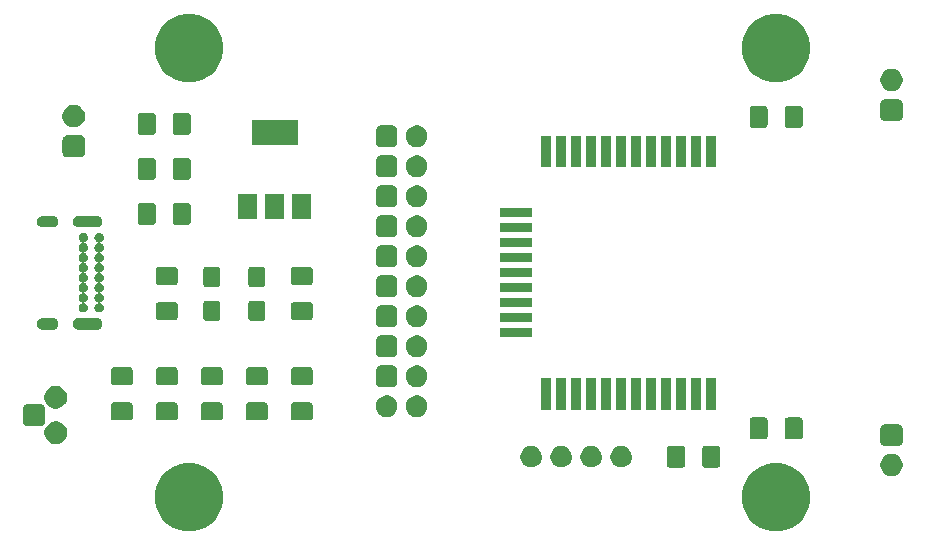
<source format=gbr>
G04 #@! TF.GenerationSoftware,KiCad,Pcbnew,5.1.5+dfsg1-2build2*
G04 #@! TF.CreationDate,2020-06-21T17:38:59+02:00*
G04 #@! TF.ProjectId,zigbeebox,7a696762-6565-4626-9f78-2e6b69636164,rev?*
G04 #@! TF.SameCoordinates,Original*
G04 #@! TF.FileFunction,Soldermask,Top*
G04 #@! TF.FilePolarity,Negative*
%FSLAX46Y46*%
G04 Gerber Fmt 4.6, Leading zero omitted, Abs format (unit mm)*
G04 Created by KiCad (PCBNEW 5.1.5+dfsg1-2build2) date 2020-06-21 17:38:59*
%MOMM*%
%LPD*%
G04 APERTURE LIST*
%ADD10C,0.100000*%
G04 APERTURE END LIST*
D10*
G36*
X146165789Y-87248403D02*
G01*
X146280961Y-87296109D01*
X146693739Y-87467087D01*
X147168880Y-87784566D01*
X147572954Y-88188640D01*
X147890433Y-88663781D01*
X147890433Y-88663782D01*
X148109117Y-89191731D01*
X148220600Y-89752194D01*
X148220600Y-90323646D01*
X148109117Y-90884109D01*
X148109116Y-90884111D01*
X147890433Y-91412059D01*
X147572954Y-91887200D01*
X147168880Y-92291274D01*
X146693739Y-92608753D01*
X146320422Y-92763386D01*
X146165789Y-92827437D01*
X145605326Y-92938920D01*
X145033874Y-92938920D01*
X144473411Y-92827437D01*
X144318778Y-92763386D01*
X143945461Y-92608753D01*
X143470320Y-92291274D01*
X143066246Y-91887200D01*
X142748767Y-91412059D01*
X142530084Y-90884111D01*
X142530083Y-90884109D01*
X142418600Y-90323646D01*
X142418600Y-89752194D01*
X142530083Y-89191731D01*
X142748767Y-88663782D01*
X142748767Y-88663781D01*
X143066246Y-88188640D01*
X143470320Y-87784566D01*
X143945461Y-87467087D01*
X144358239Y-87296109D01*
X144473411Y-87248403D01*
X145033874Y-87136920D01*
X145605326Y-87136920D01*
X146165789Y-87248403D01*
G37*
G36*
X96465789Y-87248403D02*
G01*
X96580961Y-87296109D01*
X96993739Y-87467087D01*
X97468880Y-87784566D01*
X97872954Y-88188640D01*
X98190433Y-88663781D01*
X98190433Y-88663782D01*
X98409117Y-89191731D01*
X98520600Y-89752194D01*
X98520600Y-90323646D01*
X98409117Y-90884109D01*
X98409116Y-90884111D01*
X98190433Y-91412059D01*
X97872954Y-91887200D01*
X97468880Y-92291274D01*
X96993739Y-92608753D01*
X96620422Y-92763386D01*
X96465789Y-92827437D01*
X95905326Y-92938920D01*
X95333874Y-92938920D01*
X94773411Y-92827437D01*
X94618778Y-92763386D01*
X94245461Y-92608753D01*
X93770320Y-92291274D01*
X93366246Y-91887200D01*
X93048767Y-91412059D01*
X92830084Y-90884111D01*
X92830083Y-90884109D01*
X92718600Y-90323646D01*
X92718600Y-89752194D01*
X92830083Y-89191731D01*
X93048767Y-88663782D01*
X93048767Y-88663781D01*
X93366246Y-88188640D01*
X93770320Y-87784566D01*
X94245461Y-87467087D01*
X94658239Y-87296109D01*
X94773411Y-87248403D01*
X95333874Y-87136920D01*
X95905326Y-87136920D01*
X96465789Y-87248403D01*
G37*
G36*
X155371716Y-86410296D02*
G01*
X155544787Y-86481984D01*
X155699842Y-86585589D01*
X155700547Y-86586060D01*
X155833010Y-86718523D01*
X155833012Y-86718526D01*
X155937086Y-86874283D01*
X156008774Y-87047354D01*
X156045320Y-87231083D01*
X156045320Y-87418417D01*
X156008774Y-87602146D01*
X155937086Y-87775217D01*
X155833481Y-87930272D01*
X155833010Y-87930977D01*
X155700547Y-88063440D01*
X155700544Y-88063442D01*
X155544787Y-88167516D01*
X155371716Y-88239204D01*
X155187987Y-88275750D01*
X155000653Y-88275750D01*
X154816924Y-88239204D01*
X154643853Y-88167516D01*
X154488096Y-88063442D01*
X154488093Y-88063440D01*
X154355630Y-87930977D01*
X154355159Y-87930272D01*
X154251554Y-87775217D01*
X154179866Y-87602146D01*
X154143320Y-87418417D01*
X154143320Y-87231083D01*
X154179866Y-87047354D01*
X154251554Y-86874283D01*
X154355628Y-86718526D01*
X154355630Y-86718523D01*
X154488093Y-86586060D01*
X154488798Y-86585589D01*
X154643853Y-86481984D01*
X154816924Y-86410296D01*
X155000653Y-86373750D01*
X155187987Y-86373750D01*
X155371716Y-86410296D01*
G37*
G36*
X137413046Y-85692837D02*
G01*
X137458400Y-85706596D01*
X137500190Y-85728933D01*
X137536823Y-85758997D01*
X137566887Y-85795630D01*
X137589224Y-85837420D01*
X137602983Y-85882774D01*
X137607820Y-85931891D01*
X137607820Y-87296109D01*
X137602983Y-87345226D01*
X137589224Y-87390580D01*
X137566887Y-87432370D01*
X137536823Y-87469003D01*
X137500190Y-87499067D01*
X137458400Y-87521404D01*
X137413046Y-87535163D01*
X137363929Y-87540000D01*
X136324711Y-87540000D01*
X136275594Y-87535163D01*
X136230240Y-87521404D01*
X136188450Y-87499067D01*
X136151817Y-87469003D01*
X136121753Y-87432370D01*
X136099416Y-87390580D01*
X136085657Y-87345226D01*
X136080820Y-87296109D01*
X136080820Y-85931891D01*
X136085657Y-85882774D01*
X136099416Y-85837420D01*
X136121753Y-85795630D01*
X136151817Y-85758997D01*
X136188450Y-85728933D01*
X136230240Y-85706596D01*
X136275594Y-85692837D01*
X136324711Y-85688000D01*
X137363929Y-85688000D01*
X137413046Y-85692837D01*
G37*
G36*
X140388046Y-85692837D02*
G01*
X140433400Y-85706596D01*
X140475190Y-85728933D01*
X140511823Y-85758997D01*
X140541887Y-85795630D01*
X140564224Y-85837420D01*
X140577983Y-85882774D01*
X140582820Y-85931891D01*
X140582820Y-87296109D01*
X140577983Y-87345226D01*
X140564224Y-87390580D01*
X140541887Y-87432370D01*
X140511823Y-87469003D01*
X140475190Y-87499067D01*
X140433400Y-87521404D01*
X140388046Y-87535163D01*
X140338929Y-87540000D01*
X139299711Y-87540000D01*
X139250594Y-87535163D01*
X139205240Y-87521404D01*
X139163450Y-87499067D01*
X139126817Y-87469003D01*
X139096753Y-87432370D01*
X139074416Y-87390580D01*
X139060657Y-87345226D01*
X139055820Y-87296109D01*
X139055820Y-85931891D01*
X139060657Y-85882774D01*
X139074416Y-85837420D01*
X139096753Y-85795630D01*
X139126817Y-85758997D01*
X139163450Y-85728933D01*
X139205240Y-85706596D01*
X139250594Y-85692837D01*
X139299711Y-85688000D01*
X140338929Y-85688000D01*
X140388046Y-85692837D01*
G37*
G36*
X124748164Y-85728933D02*
G01*
X124842132Y-85747624D01*
X125006104Y-85815544D01*
X125153674Y-85914147D01*
X125279173Y-86039646D01*
X125377776Y-86187216D01*
X125445696Y-86351188D01*
X125457453Y-86410296D01*
X125480320Y-86525257D01*
X125480320Y-86702743D01*
X125463008Y-86789777D01*
X125445696Y-86876812D01*
X125377776Y-87040784D01*
X125279173Y-87188354D01*
X125153674Y-87313853D01*
X125006104Y-87412456D01*
X124842132Y-87480376D01*
X124769354Y-87494852D01*
X124668063Y-87515000D01*
X124490577Y-87515000D01*
X124389286Y-87494852D01*
X124316508Y-87480376D01*
X124152536Y-87412456D01*
X124004966Y-87313853D01*
X123879467Y-87188354D01*
X123780864Y-87040784D01*
X123712944Y-86876812D01*
X123695632Y-86789776D01*
X123678320Y-86702743D01*
X123678320Y-86525257D01*
X123701187Y-86410296D01*
X123712944Y-86351188D01*
X123780864Y-86187216D01*
X123879467Y-86039646D01*
X124004966Y-85914147D01*
X124152536Y-85815544D01*
X124316508Y-85747624D01*
X124410476Y-85728933D01*
X124490577Y-85713000D01*
X124668063Y-85713000D01*
X124748164Y-85728933D01*
G37*
G36*
X132368164Y-85728933D02*
G01*
X132462132Y-85747624D01*
X132626104Y-85815544D01*
X132773674Y-85914147D01*
X132899173Y-86039646D01*
X132997776Y-86187216D01*
X133065696Y-86351188D01*
X133077453Y-86410296D01*
X133100320Y-86525257D01*
X133100320Y-86702743D01*
X133083008Y-86789777D01*
X133065696Y-86876812D01*
X132997776Y-87040784D01*
X132899173Y-87188354D01*
X132773674Y-87313853D01*
X132626104Y-87412456D01*
X132462132Y-87480376D01*
X132389354Y-87494852D01*
X132288063Y-87515000D01*
X132110577Y-87515000D01*
X132009286Y-87494852D01*
X131936508Y-87480376D01*
X131772536Y-87412456D01*
X131624966Y-87313853D01*
X131499467Y-87188354D01*
X131400864Y-87040784D01*
X131332944Y-86876812D01*
X131315632Y-86789776D01*
X131298320Y-86702743D01*
X131298320Y-86525257D01*
X131321187Y-86410296D01*
X131332944Y-86351188D01*
X131400864Y-86187216D01*
X131499467Y-86039646D01*
X131624966Y-85914147D01*
X131772536Y-85815544D01*
X131936508Y-85747624D01*
X132030476Y-85728933D01*
X132110577Y-85713000D01*
X132288063Y-85713000D01*
X132368164Y-85728933D01*
G37*
G36*
X129828164Y-85728933D02*
G01*
X129922132Y-85747624D01*
X130086104Y-85815544D01*
X130233674Y-85914147D01*
X130359173Y-86039646D01*
X130457776Y-86187216D01*
X130525696Y-86351188D01*
X130537453Y-86410296D01*
X130560320Y-86525257D01*
X130560320Y-86702743D01*
X130543008Y-86789777D01*
X130525696Y-86876812D01*
X130457776Y-87040784D01*
X130359173Y-87188354D01*
X130233674Y-87313853D01*
X130086104Y-87412456D01*
X129922132Y-87480376D01*
X129849354Y-87494852D01*
X129748063Y-87515000D01*
X129570577Y-87515000D01*
X129469286Y-87494852D01*
X129396508Y-87480376D01*
X129232536Y-87412456D01*
X129084966Y-87313853D01*
X128959467Y-87188354D01*
X128860864Y-87040784D01*
X128792944Y-86876812D01*
X128775632Y-86789776D01*
X128758320Y-86702743D01*
X128758320Y-86525257D01*
X128781187Y-86410296D01*
X128792944Y-86351188D01*
X128860864Y-86187216D01*
X128959467Y-86039646D01*
X129084966Y-85914147D01*
X129232536Y-85815544D01*
X129396508Y-85747624D01*
X129490476Y-85728933D01*
X129570577Y-85713000D01*
X129748063Y-85713000D01*
X129828164Y-85728933D01*
G37*
G36*
X127288164Y-85728933D02*
G01*
X127382132Y-85747624D01*
X127546104Y-85815544D01*
X127693674Y-85914147D01*
X127819173Y-86039646D01*
X127917776Y-86187216D01*
X127985696Y-86351188D01*
X127997453Y-86410296D01*
X128020320Y-86525257D01*
X128020320Y-86702743D01*
X128003008Y-86789777D01*
X127985696Y-86876812D01*
X127917776Y-87040784D01*
X127819173Y-87188354D01*
X127693674Y-87313853D01*
X127546104Y-87412456D01*
X127382132Y-87480376D01*
X127309354Y-87494852D01*
X127208063Y-87515000D01*
X127030577Y-87515000D01*
X126929286Y-87494852D01*
X126856508Y-87480376D01*
X126692536Y-87412456D01*
X126544966Y-87313853D01*
X126419467Y-87188354D01*
X126320864Y-87040784D01*
X126252944Y-86876812D01*
X126235632Y-86789776D01*
X126218320Y-86702743D01*
X126218320Y-86525257D01*
X126241187Y-86410296D01*
X126252944Y-86351188D01*
X126320864Y-86187216D01*
X126419467Y-86039646D01*
X126544966Y-85914147D01*
X126692536Y-85815544D01*
X126856508Y-85747624D01*
X126950476Y-85728933D01*
X127030577Y-85713000D01*
X127208063Y-85713000D01*
X127288164Y-85728933D01*
G37*
G36*
X155678642Y-83842692D02*
G01*
X155764060Y-83868603D01*
X155842773Y-83910676D01*
X155911770Y-83967300D01*
X155968394Y-84036297D01*
X156010467Y-84115010D01*
X156036378Y-84200428D01*
X156045320Y-84291211D01*
X156045320Y-85278289D01*
X156036378Y-85369072D01*
X156010467Y-85454490D01*
X155968394Y-85533203D01*
X155911770Y-85602200D01*
X155842773Y-85658824D01*
X155764060Y-85700897D01*
X155678642Y-85726808D01*
X155587859Y-85735750D01*
X154600781Y-85735750D01*
X154509998Y-85726808D01*
X154424580Y-85700897D01*
X154345867Y-85658824D01*
X154276870Y-85602200D01*
X154220246Y-85533203D01*
X154178173Y-85454490D01*
X154152262Y-85369072D01*
X154143320Y-85278289D01*
X154143320Y-84291211D01*
X154152262Y-84200428D01*
X154178173Y-84115010D01*
X154220246Y-84036297D01*
X154276870Y-83967300D01*
X154345867Y-83910676D01*
X154424580Y-83868603D01*
X154509998Y-83842692D01*
X154600781Y-83833750D01*
X155587859Y-83833750D01*
X155678642Y-83842692D01*
G37*
G36*
X84605396Y-83667546D02*
G01*
X84778467Y-83739234D01*
X84933302Y-83842692D01*
X84934227Y-83843310D01*
X85066690Y-83975773D01*
X85066692Y-83975776D01*
X85170766Y-84131533D01*
X85242454Y-84304604D01*
X85279000Y-84488333D01*
X85279000Y-84675667D01*
X85242454Y-84859396D01*
X85170766Y-85032467D01*
X85101853Y-85135602D01*
X85066690Y-85188227D01*
X84934227Y-85320690D01*
X84934224Y-85320692D01*
X84778467Y-85424766D01*
X84605396Y-85496454D01*
X84421667Y-85533000D01*
X84234333Y-85533000D01*
X84050604Y-85496454D01*
X83877533Y-85424766D01*
X83721776Y-85320692D01*
X83721773Y-85320690D01*
X83589310Y-85188227D01*
X83554147Y-85135602D01*
X83485234Y-85032467D01*
X83413546Y-84859396D01*
X83377000Y-84675667D01*
X83377000Y-84488333D01*
X83413546Y-84304604D01*
X83485234Y-84131533D01*
X83589308Y-83975776D01*
X83589310Y-83975773D01*
X83721773Y-83843310D01*
X83722698Y-83842692D01*
X83877533Y-83739234D01*
X84050604Y-83667546D01*
X84234333Y-83631000D01*
X84421667Y-83631000D01*
X84605396Y-83667546D01*
G37*
G36*
X144400826Y-83293587D02*
G01*
X144446180Y-83307346D01*
X144487970Y-83329683D01*
X144524603Y-83359747D01*
X144554667Y-83396380D01*
X144577004Y-83438170D01*
X144590763Y-83483524D01*
X144595600Y-83532641D01*
X144595600Y-84896859D01*
X144590763Y-84945976D01*
X144577004Y-84991330D01*
X144554667Y-85033120D01*
X144524603Y-85069753D01*
X144487970Y-85099817D01*
X144446180Y-85122154D01*
X144400826Y-85135913D01*
X144351709Y-85140750D01*
X143312491Y-85140750D01*
X143263374Y-85135913D01*
X143218020Y-85122154D01*
X143176230Y-85099817D01*
X143139597Y-85069753D01*
X143109533Y-85033120D01*
X143087196Y-84991330D01*
X143073437Y-84945976D01*
X143068600Y-84896859D01*
X143068600Y-83532641D01*
X143073437Y-83483524D01*
X143087196Y-83438170D01*
X143109533Y-83396380D01*
X143139597Y-83359747D01*
X143176230Y-83329683D01*
X143218020Y-83307346D01*
X143263374Y-83293587D01*
X143312491Y-83288750D01*
X144351709Y-83288750D01*
X144400826Y-83293587D01*
G37*
G36*
X147375826Y-83293587D02*
G01*
X147421180Y-83307346D01*
X147462970Y-83329683D01*
X147499603Y-83359747D01*
X147529667Y-83396380D01*
X147552004Y-83438170D01*
X147565763Y-83483524D01*
X147570600Y-83532641D01*
X147570600Y-84896859D01*
X147565763Y-84945976D01*
X147552004Y-84991330D01*
X147529667Y-85033120D01*
X147499603Y-85069753D01*
X147462970Y-85099817D01*
X147421180Y-85122154D01*
X147375826Y-85135913D01*
X147326709Y-85140750D01*
X146287491Y-85140750D01*
X146238374Y-85135913D01*
X146193020Y-85122154D01*
X146151230Y-85099817D01*
X146114597Y-85069753D01*
X146084533Y-85033120D01*
X146062196Y-84991330D01*
X146048437Y-84945976D01*
X146043600Y-84896859D01*
X146043600Y-83532641D01*
X146048437Y-83483524D01*
X146062196Y-83438170D01*
X146084533Y-83396380D01*
X146114597Y-83359747D01*
X146151230Y-83329683D01*
X146193020Y-83307346D01*
X146238374Y-83293587D01*
X146287491Y-83288750D01*
X147326709Y-83288750D01*
X147375826Y-83293587D01*
G37*
G36*
X83062322Y-82139942D02*
G01*
X83147740Y-82165853D01*
X83226453Y-82207926D01*
X83295450Y-82264550D01*
X83352074Y-82333547D01*
X83394147Y-82412260D01*
X83420058Y-82497678D01*
X83429000Y-82588461D01*
X83429000Y-83575539D01*
X83420058Y-83666322D01*
X83394147Y-83751740D01*
X83352074Y-83830453D01*
X83295450Y-83899450D01*
X83226453Y-83956074D01*
X83147740Y-83998147D01*
X83062322Y-84024058D01*
X82971539Y-84033000D01*
X81984461Y-84033000D01*
X81893678Y-84024058D01*
X81808260Y-83998147D01*
X81729547Y-83956074D01*
X81660550Y-83899450D01*
X81603926Y-83830453D01*
X81561853Y-83751740D01*
X81535942Y-83666322D01*
X81527000Y-83575539D01*
X81527000Y-82588461D01*
X81535942Y-82497678D01*
X81561853Y-82412260D01*
X81603926Y-82333547D01*
X81660550Y-82264550D01*
X81729547Y-82207926D01*
X81808260Y-82165853D01*
X81893678Y-82139942D01*
X81984461Y-82131000D01*
X82971539Y-82131000D01*
X83062322Y-82139942D01*
G37*
G36*
X105887226Y-82020587D02*
G01*
X105932580Y-82034346D01*
X105974370Y-82056683D01*
X106011003Y-82086747D01*
X106041067Y-82123380D01*
X106063404Y-82165170D01*
X106077163Y-82210524D01*
X106082000Y-82259641D01*
X106082000Y-83298859D01*
X106077163Y-83347976D01*
X106063404Y-83393330D01*
X106041067Y-83435120D01*
X106011003Y-83471753D01*
X105974370Y-83501817D01*
X105932580Y-83524154D01*
X105887226Y-83537913D01*
X105838109Y-83542750D01*
X104473891Y-83542750D01*
X104424774Y-83537913D01*
X104379420Y-83524154D01*
X104337630Y-83501817D01*
X104300997Y-83471753D01*
X104270933Y-83435120D01*
X104248596Y-83393330D01*
X104234837Y-83347976D01*
X104230000Y-83298859D01*
X104230000Y-82259641D01*
X104234837Y-82210524D01*
X104248596Y-82165170D01*
X104270933Y-82123380D01*
X104300997Y-82086747D01*
X104337630Y-82056683D01*
X104379420Y-82034346D01*
X104424774Y-82020587D01*
X104473891Y-82015750D01*
X105838109Y-82015750D01*
X105887226Y-82020587D01*
G37*
G36*
X102077226Y-82020587D02*
G01*
X102122580Y-82034346D01*
X102164370Y-82056683D01*
X102201003Y-82086747D01*
X102231067Y-82123380D01*
X102253404Y-82165170D01*
X102267163Y-82210524D01*
X102272000Y-82259641D01*
X102272000Y-83298859D01*
X102267163Y-83347976D01*
X102253404Y-83393330D01*
X102231067Y-83435120D01*
X102201003Y-83471753D01*
X102164370Y-83501817D01*
X102122580Y-83524154D01*
X102077226Y-83537913D01*
X102028109Y-83542750D01*
X100663891Y-83542750D01*
X100614774Y-83537913D01*
X100569420Y-83524154D01*
X100527630Y-83501817D01*
X100490997Y-83471753D01*
X100460933Y-83435120D01*
X100438596Y-83393330D01*
X100424837Y-83347976D01*
X100420000Y-83298859D01*
X100420000Y-82259641D01*
X100424837Y-82210524D01*
X100438596Y-82165170D01*
X100460933Y-82123380D01*
X100490997Y-82086747D01*
X100527630Y-82056683D01*
X100569420Y-82034346D01*
X100614774Y-82020587D01*
X100663891Y-82015750D01*
X102028109Y-82015750D01*
X102077226Y-82020587D01*
G37*
G36*
X90647226Y-82020587D02*
G01*
X90692580Y-82034346D01*
X90734370Y-82056683D01*
X90771003Y-82086747D01*
X90801067Y-82123380D01*
X90823404Y-82165170D01*
X90837163Y-82210524D01*
X90842000Y-82259641D01*
X90842000Y-83298859D01*
X90837163Y-83347976D01*
X90823404Y-83393330D01*
X90801067Y-83435120D01*
X90771003Y-83471753D01*
X90734370Y-83501817D01*
X90692580Y-83524154D01*
X90647226Y-83537913D01*
X90598109Y-83542750D01*
X89233891Y-83542750D01*
X89184774Y-83537913D01*
X89139420Y-83524154D01*
X89097630Y-83501817D01*
X89060997Y-83471753D01*
X89030933Y-83435120D01*
X89008596Y-83393330D01*
X88994837Y-83347976D01*
X88990000Y-83298859D01*
X88990000Y-82259641D01*
X88994837Y-82210524D01*
X89008596Y-82165170D01*
X89030933Y-82123380D01*
X89060997Y-82086747D01*
X89097630Y-82056683D01*
X89139420Y-82034346D01*
X89184774Y-82020587D01*
X89233891Y-82015750D01*
X90598109Y-82015750D01*
X90647226Y-82020587D01*
G37*
G36*
X94457226Y-82020587D02*
G01*
X94502580Y-82034346D01*
X94544370Y-82056683D01*
X94581003Y-82086747D01*
X94611067Y-82123380D01*
X94633404Y-82165170D01*
X94647163Y-82210524D01*
X94652000Y-82259641D01*
X94652000Y-83298859D01*
X94647163Y-83347976D01*
X94633404Y-83393330D01*
X94611067Y-83435120D01*
X94581003Y-83471753D01*
X94544370Y-83501817D01*
X94502580Y-83524154D01*
X94457226Y-83537913D01*
X94408109Y-83542750D01*
X93043891Y-83542750D01*
X92994774Y-83537913D01*
X92949420Y-83524154D01*
X92907630Y-83501817D01*
X92870997Y-83471753D01*
X92840933Y-83435120D01*
X92818596Y-83393330D01*
X92804837Y-83347976D01*
X92800000Y-83298859D01*
X92800000Y-82259641D01*
X92804837Y-82210524D01*
X92818596Y-82165170D01*
X92840933Y-82123380D01*
X92870997Y-82086747D01*
X92907630Y-82056683D01*
X92949420Y-82034346D01*
X92994774Y-82020587D01*
X93043891Y-82015750D01*
X94408109Y-82015750D01*
X94457226Y-82020587D01*
G37*
G36*
X98267226Y-82020587D02*
G01*
X98312580Y-82034346D01*
X98354370Y-82056683D01*
X98391003Y-82086747D01*
X98421067Y-82123380D01*
X98443404Y-82165170D01*
X98457163Y-82210524D01*
X98462000Y-82259641D01*
X98462000Y-83298859D01*
X98457163Y-83347976D01*
X98443404Y-83393330D01*
X98421067Y-83435120D01*
X98391003Y-83471753D01*
X98354370Y-83501817D01*
X98312580Y-83524154D01*
X98267226Y-83537913D01*
X98218109Y-83542750D01*
X96853891Y-83542750D01*
X96804774Y-83537913D01*
X96759420Y-83524154D01*
X96717630Y-83501817D01*
X96680997Y-83471753D01*
X96650933Y-83435120D01*
X96628596Y-83393330D01*
X96614837Y-83347976D01*
X96610000Y-83298859D01*
X96610000Y-82259641D01*
X96614837Y-82210524D01*
X96628596Y-82165170D01*
X96650933Y-82123380D01*
X96680997Y-82086747D01*
X96717630Y-82056683D01*
X96759420Y-82034346D01*
X96804774Y-82020587D01*
X96853891Y-82015750D01*
X98218109Y-82015750D01*
X98267226Y-82020587D01*
G37*
G36*
X115153777Y-81450297D02*
G01*
X115320225Y-81519241D01*
X115470020Y-81619331D01*
X115597419Y-81746730D01*
X115697509Y-81896525D01*
X115766453Y-82062973D01*
X115801600Y-82239667D01*
X115801600Y-82419833D01*
X115766453Y-82596527D01*
X115697509Y-82762975D01*
X115597419Y-82912770D01*
X115470020Y-83040169D01*
X115320225Y-83140259D01*
X115153777Y-83209203D01*
X114977083Y-83244350D01*
X114796917Y-83244350D01*
X114620223Y-83209203D01*
X114453775Y-83140259D01*
X114303980Y-83040169D01*
X114176581Y-82912770D01*
X114076491Y-82762975D01*
X114007547Y-82596527D01*
X113972400Y-82419833D01*
X113972400Y-82239667D01*
X114007547Y-82062973D01*
X114076491Y-81896525D01*
X114176581Y-81746730D01*
X114303980Y-81619331D01*
X114453775Y-81519241D01*
X114620223Y-81450297D01*
X114796917Y-81415150D01*
X114977083Y-81415150D01*
X115153777Y-81450297D01*
G37*
G36*
X112613777Y-81450297D02*
G01*
X112780225Y-81519241D01*
X112930020Y-81619331D01*
X113057419Y-81746730D01*
X113157509Y-81896525D01*
X113226453Y-82062973D01*
X113261600Y-82239667D01*
X113261600Y-82419833D01*
X113226453Y-82596527D01*
X113157509Y-82762975D01*
X113057419Y-82912770D01*
X112930020Y-83040169D01*
X112780225Y-83140259D01*
X112613777Y-83209203D01*
X112437083Y-83244350D01*
X112256917Y-83244350D01*
X112080223Y-83209203D01*
X111913775Y-83140259D01*
X111763980Y-83040169D01*
X111636581Y-82912770D01*
X111536491Y-82762975D01*
X111467547Y-82596527D01*
X111432400Y-82419833D01*
X111432400Y-82239667D01*
X111467547Y-82062973D01*
X111536491Y-81896525D01*
X111636581Y-81746730D01*
X111763980Y-81619331D01*
X111913775Y-81519241D01*
X112080223Y-81450297D01*
X112256917Y-81415150D01*
X112437083Y-81415150D01*
X112613777Y-81450297D01*
G37*
G36*
X128790320Y-82625750D02*
G01*
X127988320Y-82625750D01*
X127988320Y-79923750D01*
X128790320Y-79923750D01*
X128790320Y-82625750D01*
G37*
G36*
X127520320Y-82625750D02*
G01*
X126718320Y-82625750D01*
X126718320Y-79923750D01*
X127520320Y-79923750D01*
X127520320Y-82625750D01*
G37*
G36*
X126250320Y-82625750D02*
G01*
X125448320Y-82625750D01*
X125448320Y-79923750D01*
X126250320Y-79923750D01*
X126250320Y-82625750D01*
G37*
G36*
X140220320Y-82625750D02*
G01*
X139418320Y-82625750D01*
X139418320Y-79923750D01*
X140220320Y-79923750D01*
X140220320Y-82625750D01*
G37*
G36*
X138950320Y-82625750D02*
G01*
X138148320Y-82625750D01*
X138148320Y-79923750D01*
X138950320Y-79923750D01*
X138950320Y-82625750D01*
G37*
G36*
X137680320Y-82625750D02*
G01*
X136878320Y-82625750D01*
X136878320Y-79923750D01*
X137680320Y-79923750D01*
X137680320Y-82625750D01*
G37*
G36*
X135140320Y-82625750D02*
G01*
X134338320Y-82625750D01*
X134338320Y-79923750D01*
X135140320Y-79923750D01*
X135140320Y-82625750D01*
G37*
G36*
X133870320Y-82625750D02*
G01*
X133068320Y-82625750D01*
X133068320Y-79923750D01*
X133870320Y-79923750D01*
X133870320Y-82625750D01*
G37*
G36*
X131330320Y-82625750D02*
G01*
X130528320Y-82625750D01*
X130528320Y-79923750D01*
X131330320Y-79923750D01*
X131330320Y-82625750D01*
G37*
G36*
X132600320Y-82625750D02*
G01*
X131798320Y-82625750D01*
X131798320Y-79923750D01*
X132600320Y-79923750D01*
X132600320Y-82625750D01*
G37*
G36*
X130060320Y-82625750D02*
G01*
X129258320Y-82625750D01*
X129258320Y-79923750D01*
X130060320Y-79923750D01*
X130060320Y-82625750D01*
G37*
G36*
X136410320Y-82625750D02*
G01*
X135608320Y-82625750D01*
X135608320Y-79923750D01*
X136410320Y-79923750D01*
X136410320Y-82625750D01*
G37*
G36*
X84605396Y-80667546D02*
G01*
X84778467Y-80739234D01*
X84933522Y-80842839D01*
X84934227Y-80843310D01*
X85066690Y-80975773D01*
X85066692Y-80975776D01*
X85170766Y-81131533D01*
X85242454Y-81304604D01*
X85279000Y-81488333D01*
X85279000Y-81675667D01*
X85242454Y-81859396D01*
X85170766Y-82032467D01*
X85098953Y-82139942D01*
X85066690Y-82188227D01*
X84934227Y-82320690D01*
X84934224Y-82320692D01*
X84778467Y-82424766D01*
X84605396Y-82496454D01*
X84421667Y-82533000D01*
X84234333Y-82533000D01*
X84050604Y-82496454D01*
X83877533Y-82424766D01*
X83721776Y-82320692D01*
X83721773Y-82320690D01*
X83589310Y-82188227D01*
X83557047Y-82139942D01*
X83485234Y-82032467D01*
X83413546Y-81859396D01*
X83377000Y-81675667D01*
X83377000Y-81488333D01*
X83413546Y-81304604D01*
X83485234Y-81131533D01*
X83589308Y-80975776D01*
X83589310Y-80975773D01*
X83721773Y-80843310D01*
X83722478Y-80842839D01*
X83877533Y-80739234D01*
X84050604Y-80667546D01*
X84234333Y-80631000D01*
X84421667Y-80631000D01*
X84605396Y-80667546D01*
G37*
G36*
X115153777Y-78910297D02*
G01*
X115320225Y-78979241D01*
X115470020Y-79079331D01*
X115597419Y-79206730D01*
X115697509Y-79356525D01*
X115766453Y-79522973D01*
X115801600Y-79699667D01*
X115801600Y-79879833D01*
X115766453Y-80056527D01*
X115697509Y-80222975D01*
X115597419Y-80372770D01*
X115470020Y-80500169D01*
X115320225Y-80600259D01*
X115153777Y-80669203D01*
X114977083Y-80704350D01*
X114796917Y-80704350D01*
X114620223Y-80669203D01*
X114453775Y-80600259D01*
X114303980Y-80500169D01*
X114176581Y-80372770D01*
X114076491Y-80222975D01*
X114007547Y-80056527D01*
X113972400Y-79879833D01*
X113972400Y-79699667D01*
X114007547Y-79522973D01*
X114076491Y-79356525D01*
X114176581Y-79206730D01*
X114303980Y-79079331D01*
X114453775Y-78979241D01*
X114620223Y-78910297D01*
X114796917Y-78875150D01*
X114977083Y-78875150D01*
X115153777Y-78910297D01*
G37*
G36*
X112909572Y-78883742D02*
G01*
X112991575Y-78908617D01*
X113067145Y-78949010D01*
X113133381Y-79003369D01*
X113187740Y-79069605D01*
X113228133Y-79145175D01*
X113253008Y-79227178D01*
X113261600Y-79314411D01*
X113261600Y-80265089D01*
X113253008Y-80352322D01*
X113228133Y-80434325D01*
X113187740Y-80509895D01*
X113133381Y-80576131D01*
X113067145Y-80630490D01*
X112991575Y-80670883D01*
X112909572Y-80695758D01*
X112822339Y-80704350D01*
X111871661Y-80704350D01*
X111784428Y-80695758D01*
X111702425Y-80670883D01*
X111626855Y-80630490D01*
X111560619Y-80576131D01*
X111506260Y-80509895D01*
X111465867Y-80434325D01*
X111440992Y-80352322D01*
X111432400Y-80265089D01*
X111432400Y-79314411D01*
X111440992Y-79227178D01*
X111465867Y-79145175D01*
X111506260Y-79069605D01*
X111560619Y-79003369D01*
X111626855Y-78949010D01*
X111702425Y-78908617D01*
X111784428Y-78883742D01*
X111871661Y-78875150D01*
X112822339Y-78875150D01*
X112909572Y-78883742D01*
G37*
G36*
X105887226Y-79045587D02*
G01*
X105932580Y-79059346D01*
X105974370Y-79081683D01*
X106011003Y-79111747D01*
X106041067Y-79148380D01*
X106063404Y-79190170D01*
X106077163Y-79235524D01*
X106082000Y-79284641D01*
X106082000Y-80323859D01*
X106077163Y-80372976D01*
X106063404Y-80418330D01*
X106041067Y-80460120D01*
X106011003Y-80496753D01*
X105974370Y-80526817D01*
X105932580Y-80549154D01*
X105887226Y-80562913D01*
X105838109Y-80567750D01*
X104473891Y-80567750D01*
X104424774Y-80562913D01*
X104379420Y-80549154D01*
X104337630Y-80526817D01*
X104300997Y-80496753D01*
X104270933Y-80460120D01*
X104248596Y-80418330D01*
X104234837Y-80372976D01*
X104230000Y-80323859D01*
X104230000Y-79284641D01*
X104234837Y-79235524D01*
X104248596Y-79190170D01*
X104270933Y-79148380D01*
X104300997Y-79111747D01*
X104337630Y-79081683D01*
X104379420Y-79059346D01*
X104424774Y-79045587D01*
X104473891Y-79040750D01*
X105838109Y-79040750D01*
X105887226Y-79045587D01*
G37*
G36*
X94457226Y-79045587D02*
G01*
X94502580Y-79059346D01*
X94544370Y-79081683D01*
X94581003Y-79111747D01*
X94611067Y-79148380D01*
X94633404Y-79190170D01*
X94647163Y-79235524D01*
X94652000Y-79284641D01*
X94652000Y-80323859D01*
X94647163Y-80372976D01*
X94633404Y-80418330D01*
X94611067Y-80460120D01*
X94581003Y-80496753D01*
X94544370Y-80526817D01*
X94502580Y-80549154D01*
X94457226Y-80562913D01*
X94408109Y-80567750D01*
X93043891Y-80567750D01*
X92994774Y-80562913D01*
X92949420Y-80549154D01*
X92907630Y-80526817D01*
X92870997Y-80496753D01*
X92840933Y-80460120D01*
X92818596Y-80418330D01*
X92804837Y-80372976D01*
X92800000Y-80323859D01*
X92800000Y-79284641D01*
X92804837Y-79235524D01*
X92818596Y-79190170D01*
X92840933Y-79148380D01*
X92870997Y-79111747D01*
X92907630Y-79081683D01*
X92949420Y-79059346D01*
X92994774Y-79045587D01*
X93043891Y-79040750D01*
X94408109Y-79040750D01*
X94457226Y-79045587D01*
G37*
G36*
X98267226Y-79045587D02*
G01*
X98312580Y-79059346D01*
X98354370Y-79081683D01*
X98391003Y-79111747D01*
X98421067Y-79148380D01*
X98443404Y-79190170D01*
X98457163Y-79235524D01*
X98462000Y-79284641D01*
X98462000Y-80323859D01*
X98457163Y-80372976D01*
X98443404Y-80418330D01*
X98421067Y-80460120D01*
X98391003Y-80496753D01*
X98354370Y-80526817D01*
X98312580Y-80549154D01*
X98267226Y-80562913D01*
X98218109Y-80567750D01*
X96853891Y-80567750D01*
X96804774Y-80562913D01*
X96759420Y-80549154D01*
X96717630Y-80526817D01*
X96680997Y-80496753D01*
X96650933Y-80460120D01*
X96628596Y-80418330D01*
X96614837Y-80372976D01*
X96610000Y-80323859D01*
X96610000Y-79284641D01*
X96614837Y-79235524D01*
X96628596Y-79190170D01*
X96650933Y-79148380D01*
X96680997Y-79111747D01*
X96717630Y-79081683D01*
X96759420Y-79059346D01*
X96804774Y-79045587D01*
X96853891Y-79040750D01*
X98218109Y-79040750D01*
X98267226Y-79045587D01*
G37*
G36*
X102077226Y-79045587D02*
G01*
X102122580Y-79059346D01*
X102164370Y-79081683D01*
X102201003Y-79111747D01*
X102231067Y-79148380D01*
X102253404Y-79190170D01*
X102267163Y-79235524D01*
X102272000Y-79284641D01*
X102272000Y-80323859D01*
X102267163Y-80372976D01*
X102253404Y-80418330D01*
X102231067Y-80460120D01*
X102201003Y-80496753D01*
X102164370Y-80526817D01*
X102122580Y-80549154D01*
X102077226Y-80562913D01*
X102028109Y-80567750D01*
X100663891Y-80567750D01*
X100614774Y-80562913D01*
X100569420Y-80549154D01*
X100527630Y-80526817D01*
X100490997Y-80496753D01*
X100460933Y-80460120D01*
X100438596Y-80418330D01*
X100424837Y-80372976D01*
X100420000Y-80323859D01*
X100420000Y-79284641D01*
X100424837Y-79235524D01*
X100438596Y-79190170D01*
X100460933Y-79148380D01*
X100490997Y-79111747D01*
X100527630Y-79081683D01*
X100569420Y-79059346D01*
X100614774Y-79045587D01*
X100663891Y-79040750D01*
X102028109Y-79040750D01*
X102077226Y-79045587D01*
G37*
G36*
X90647226Y-79045587D02*
G01*
X90692580Y-79059346D01*
X90734370Y-79081683D01*
X90771003Y-79111747D01*
X90801067Y-79148380D01*
X90823404Y-79190170D01*
X90837163Y-79235524D01*
X90842000Y-79284641D01*
X90842000Y-80323859D01*
X90837163Y-80372976D01*
X90823404Y-80418330D01*
X90801067Y-80460120D01*
X90771003Y-80496753D01*
X90734370Y-80526817D01*
X90692580Y-80549154D01*
X90647226Y-80562913D01*
X90598109Y-80567750D01*
X89233891Y-80567750D01*
X89184774Y-80562913D01*
X89139420Y-80549154D01*
X89097630Y-80526817D01*
X89060997Y-80496753D01*
X89030933Y-80460120D01*
X89008596Y-80418330D01*
X88994837Y-80372976D01*
X88990000Y-80323859D01*
X88990000Y-79284641D01*
X88994837Y-79235524D01*
X89008596Y-79190170D01*
X89030933Y-79148380D01*
X89060997Y-79111747D01*
X89097630Y-79081683D01*
X89139420Y-79059346D01*
X89184774Y-79045587D01*
X89233891Y-79040750D01*
X90598109Y-79040750D01*
X90647226Y-79045587D01*
G37*
G36*
X112909572Y-76343742D02*
G01*
X112991575Y-76368617D01*
X113067145Y-76409010D01*
X113133381Y-76463369D01*
X113187740Y-76529605D01*
X113228133Y-76605175D01*
X113253008Y-76687178D01*
X113261600Y-76774411D01*
X113261600Y-77725089D01*
X113253008Y-77812322D01*
X113228133Y-77894325D01*
X113187740Y-77969895D01*
X113133381Y-78036131D01*
X113067145Y-78090490D01*
X112991575Y-78130883D01*
X112909572Y-78155758D01*
X112822339Y-78164350D01*
X111871661Y-78164350D01*
X111784428Y-78155758D01*
X111702425Y-78130883D01*
X111626855Y-78090490D01*
X111560619Y-78036131D01*
X111506260Y-77969895D01*
X111465867Y-77894325D01*
X111440992Y-77812322D01*
X111432400Y-77725089D01*
X111432400Y-76774411D01*
X111440992Y-76687178D01*
X111465867Y-76605175D01*
X111506260Y-76529605D01*
X111560619Y-76463369D01*
X111626855Y-76409010D01*
X111702425Y-76368617D01*
X111784428Y-76343742D01*
X111871661Y-76335150D01*
X112822339Y-76335150D01*
X112909572Y-76343742D01*
G37*
G36*
X115153777Y-76370297D02*
G01*
X115320225Y-76439241D01*
X115470020Y-76539331D01*
X115597419Y-76666730D01*
X115697509Y-76816525D01*
X115766453Y-76982973D01*
X115801600Y-77159667D01*
X115801600Y-77339833D01*
X115766453Y-77516527D01*
X115697509Y-77682975D01*
X115597419Y-77832770D01*
X115470020Y-77960169D01*
X115320225Y-78060259D01*
X115153777Y-78129203D01*
X114977083Y-78164350D01*
X114796917Y-78164350D01*
X114620223Y-78129203D01*
X114453775Y-78060259D01*
X114303980Y-77960169D01*
X114176581Y-77832770D01*
X114076491Y-77682975D01*
X114007547Y-77516527D01*
X113972400Y-77339833D01*
X113972400Y-77159667D01*
X114007547Y-76982973D01*
X114076491Y-76816525D01*
X114176581Y-76666730D01*
X114303980Y-76539331D01*
X114453775Y-76439241D01*
X114620223Y-76370297D01*
X114796917Y-76335150D01*
X114977083Y-76335150D01*
X115153777Y-76370297D01*
G37*
G36*
X124660320Y-76505750D02*
G01*
X121958320Y-76505750D01*
X121958320Y-75703750D01*
X124660320Y-75703750D01*
X124660320Y-76505750D01*
G37*
G36*
X84149209Y-74855998D02*
G01*
X84149212Y-74855999D01*
X84149213Y-74855999D01*
X84243652Y-74884647D01*
X84330687Y-74931168D01*
X84406975Y-74993775D01*
X84469582Y-75070063D01*
X84482311Y-75093878D01*
X84516103Y-75157098D01*
X84544752Y-75251541D01*
X84554424Y-75349750D01*
X84544752Y-75447959D01*
X84544751Y-75447962D01*
X84544751Y-75447963D01*
X84516103Y-75542402D01*
X84469582Y-75629437D01*
X84406975Y-75705725D01*
X84330687Y-75768332D01*
X84243652Y-75814853D01*
X84149213Y-75843501D01*
X84149212Y-75843501D01*
X84149209Y-75843502D01*
X84075612Y-75850750D01*
X83226388Y-75850750D01*
X83152791Y-75843502D01*
X83152788Y-75843501D01*
X83152787Y-75843501D01*
X83058348Y-75814853D01*
X82971313Y-75768332D01*
X82895025Y-75705725D01*
X82832418Y-75629437D01*
X82785897Y-75542402D01*
X82757249Y-75447963D01*
X82757249Y-75447962D01*
X82757248Y-75447959D01*
X82747576Y-75349750D01*
X82757248Y-75251541D01*
X82785897Y-75157098D01*
X82819689Y-75093878D01*
X82832418Y-75070063D01*
X82895025Y-74993775D01*
X82971313Y-74931168D01*
X83058348Y-74884647D01*
X83152787Y-74855999D01*
X83152788Y-74855999D01*
X83152791Y-74855998D01*
X83226388Y-74848750D01*
X84075612Y-74848750D01*
X84149209Y-74855998D01*
G37*
G36*
X87879209Y-74855998D02*
G01*
X87879212Y-74855999D01*
X87879213Y-74855999D01*
X87973652Y-74884647D01*
X88060687Y-74931168D01*
X88136975Y-74993775D01*
X88199582Y-75070063D01*
X88212311Y-75093878D01*
X88246103Y-75157098D01*
X88274752Y-75251541D01*
X88284424Y-75349750D01*
X88274752Y-75447959D01*
X88274751Y-75447962D01*
X88274751Y-75447963D01*
X88246103Y-75542402D01*
X88199582Y-75629437D01*
X88136975Y-75705725D01*
X88060687Y-75768332D01*
X87973652Y-75814853D01*
X87879213Y-75843501D01*
X87879212Y-75843501D01*
X87879209Y-75843502D01*
X87805612Y-75850750D01*
X86256388Y-75850750D01*
X86182791Y-75843502D01*
X86182788Y-75843501D01*
X86182787Y-75843501D01*
X86088348Y-75814853D01*
X86001313Y-75768332D01*
X85925025Y-75705725D01*
X85862418Y-75629437D01*
X85815897Y-75542402D01*
X85787249Y-75447963D01*
X85787249Y-75447962D01*
X85787248Y-75447959D01*
X85777576Y-75349750D01*
X85787248Y-75251541D01*
X85815897Y-75157098D01*
X85849689Y-75093878D01*
X85862418Y-75070063D01*
X85925025Y-74993775D01*
X86001313Y-74931168D01*
X86088348Y-74884647D01*
X86182787Y-74855999D01*
X86182788Y-74855999D01*
X86182791Y-74855998D01*
X86256388Y-74848750D01*
X87805612Y-74848750D01*
X87879209Y-74855998D01*
G37*
G36*
X112909572Y-73803742D02*
G01*
X112991575Y-73828617D01*
X113067145Y-73869010D01*
X113133381Y-73923369D01*
X113187740Y-73989605D01*
X113228133Y-74065175D01*
X113253008Y-74147178D01*
X113261600Y-74234411D01*
X113261600Y-75185089D01*
X113253008Y-75272322D01*
X113228133Y-75354325D01*
X113187740Y-75429895D01*
X113133381Y-75496131D01*
X113067145Y-75550490D01*
X112991575Y-75590883D01*
X112909572Y-75615758D01*
X112822339Y-75624350D01*
X111871661Y-75624350D01*
X111784428Y-75615758D01*
X111702425Y-75590883D01*
X111626855Y-75550490D01*
X111560619Y-75496131D01*
X111506260Y-75429895D01*
X111465867Y-75354325D01*
X111440992Y-75272322D01*
X111432400Y-75185089D01*
X111432400Y-74234411D01*
X111440992Y-74147178D01*
X111465867Y-74065175D01*
X111506260Y-73989605D01*
X111560619Y-73923369D01*
X111626855Y-73869010D01*
X111702425Y-73828617D01*
X111784428Y-73803742D01*
X111871661Y-73795150D01*
X112822339Y-73795150D01*
X112909572Y-73803742D01*
G37*
G36*
X115153777Y-73830297D02*
G01*
X115320225Y-73899241D01*
X115470020Y-73999331D01*
X115597419Y-74126730D01*
X115697509Y-74276525D01*
X115766453Y-74442973D01*
X115801600Y-74619667D01*
X115801600Y-74799833D01*
X115766453Y-74976527D01*
X115697509Y-75142975D01*
X115597419Y-75292770D01*
X115470020Y-75420169D01*
X115320225Y-75520259D01*
X115153777Y-75589203D01*
X114977083Y-75624350D01*
X114796917Y-75624350D01*
X114620223Y-75589203D01*
X114453775Y-75520259D01*
X114303980Y-75420169D01*
X114176581Y-75292770D01*
X114076491Y-75142975D01*
X114007547Y-74976527D01*
X113972400Y-74799833D01*
X113972400Y-74619667D01*
X114007547Y-74442973D01*
X114076491Y-74276525D01*
X114176581Y-74126730D01*
X114303980Y-73999331D01*
X114453775Y-73899241D01*
X114620223Y-73830297D01*
X114796917Y-73795150D01*
X114977083Y-73795150D01*
X115153777Y-73830297D01*
G37*
G36*
X124660320Y-75235750D02*
G01*
X121958320Y-75235750D01*
X121958320Y-74433750D01*
X124660320Y-74433750D01*
X124660320Y-75235750D01*
G37*
G36*
X98065802Y-73426622D02*
G01*
X98111482Y-73440479D01*
X98153582Y-73462982D01*
X98190483Y-73493267D01*
X98220768Y-73530168D01*
X98243271Y-73572268D01*
X98257128Y-73617948D01*
X98262000Y-73667414D01*
X98262000Y-74853086D01*
X98257128Y-74902552D01*
X98243271Y-74948232D01*
X98220768Y-74990332D01*
X98190483Y-75027233D01*
X98153582Y-75057518D01*
X98111482Y-75080021D01*
X98065802Y-75093878D01*
X98016336Y-75098750D01*
X97055664Y-75098750D01*
X97006198Y-75093878D01*
X96960518Y-75080021D01*
X96918418Y-75057518D01*
X96881517Y-75027233D01*
X96851232Y-74990332D01*
X96828729Y-74948232D01*
X96814872Y-74902552D01*
X96810000Y-74853086D01*
X96810000Y-73667414D01*
X96814872Y-73617948D01*
X96828729Y-73572268D01*
X96851232Y-73530168D01*
X96881517Y-73493267D01*
X96918418Y-73462982D01*
X96960518Y-73440479D01*
X97006198Y-73426622D01*
X97055664Y-73421750D01*
X98016336Y-73421750D01*
X98065802Y-73426622D01*
G37*
G36*
X101875802Y-73426622D02*
G01*
X101921482Y-73440479D01*
X101963582Y-73462982D01*
X102000483Y-73493267D01*
X102030768Y-73530168D01*
X102053271Y-73572268D01*
X102067128Y-73617948D01*
X102072000Y-73667414D01*
X102072000Y-74853086D01*
X102067128Y-74902552D01*
X102053271Y-74948232D01*
X102030768Y-74990332D01*
X102000483Y-75027233D01*
X101963582Y-75057518D01*
X101921482Y-75080021D01*
X101875802Y-75093878D01*
X101826336Y-75098750D01*
X100865664Y-75098750D01*
X100816198Y-75093878D01*
X100770518Y-75080021D01*
X100728418Y-75057518D01*
X100691517Y-75027233D01*
X100661232Y-74990332D01*
X100638729Y-74948232D01*
X100624872Y-74902552D01*
X100620000Y-74853086D01*
X100620000Y-73667414D01*
X100624872Y-73617948D01*
X100638729Y-73572268D01*
X100661232Y-73530168D01*
X100691517Y-73493267D01*
X100728418Y-73462982D01*
X100770518Y-73440479D01*
X100816198Y-73426622D01*
X100865664Y-73421750D01*
X101826336Y-73421750D01*
X101875802Y-73426622D01*
G37*
G36*
X94457226Y-73531587D02*
G01*
X94502580Y-73545346D01*
X94544370Y-73567683D01*
X94581003Y-73597747D01*
X94611067Y-73634380D01*
X94633404Y-73676170D01*
X94647163Y-73721524D01*
X94652000Y-73770641D01*
X94652000Y-74809859D01*
X94647163Y-74858976D01*
X94633404Y-74904330D01*
X94611067Y-74946120D01*
X94581003Y-74982753D01*
X94544370Y-75012817D01*
X94502580Y-75035154D01*
X94457226Y-75048913D01*
X94408109Y-75053750D01*
X93043891Y-75053750D01*
X92994774Y-75048913D01*
X92949420Y-75035154D01*
X92907630Y-75012817D01*
X92870997Y-74982753D01*
X92840933Y-74946120D01*
X92818596Y-74904330D01*
X92804837Y-74858976D01*
X92800000Y-74809859D01*
X92800000Y-73770641D01*
X92804837Y-73721524D01*
X92818596Y-73676170D01*
X92840933Y-73634380D01*
X92870997Y-73597747D01*
X92907630Y-73567683D01*
X92949420Y-73545346D01*
X92994774Y-73531587D01*
X93043891Y-73526750D01*
X94408109Y-73526750D01*
X94457226Y-73531587D01*
G37*
G36*
X105887226Y-73531587D02*
G01*
X105932580Y-73545346D01*
X105974370Y-73567683D01*
X106011003Y-73597747D01*
X106041067Y-73634380D01*
X106063404Y-73676170D01*
X106077163Y-73721524D01*
X106082000Y-73770641D01*
X106082000Y-74809859D01*
X106077163Y-74858976D01*
X106063404Y-74904330D01*
X106041067Y-74946120D01*
X106011003Y-74982753D01*
X105974370Y-75012817D01*
X105932580Y-75035154D01*
X105887226Y-75048913D01*
X105838109Y-75053750D01*
X104473891Y-75053750D01*
X104424774Y-75048913D01*
X104379420Y-75035154D01*
X104337630Y-75012817D01*
X104300997Y-74982753D01*
X104270933Y-74946120D01*
X104248596Y-74904330D01*
X104234837Y-74858976D01*
X104230000Y-74809859D01*
X104230000Y-73770641D01*
X104234837Y-73721524D01*
X104248596Y-73676170D01*
X104270933Y-73634380D01*
X104300997Y-73597747D01*
X104337630Y-73567683D01*
X104379420Y-73545346D01*
X104424774Y-73531587D01*
X104473891Y-73526750D01*
X105838109Y-73526750D01*
X105887226Y-73531587D01*
G37*
G36*
X88127966Y-67664159D02*
G01*
X88200944Y-67694388D01*
X88266620Y-67738271D01*
X88322479Y-67794130D01*
X88366362Y-67859806D01*
X88396591Y-67932784D01*
X88412000Y-68010252D01*
X88412000Y-68089248D01*
X88396591Y-68166716D01*
X88366362Y-68239694D01*
X88322479Y-68305370D01*
X88266620Y-68361229D01*
X88200944Y-68405112D01*
X88127966Y-68435341D01*
X88127066Y-68435520D01*
X88119562Y-68437796D01*
X88112647Y-68441492D01*
X88106586Y-68446466D01*
X88101611Y-68452528D01*
X88097915Y-68459443D01*
X88095639Y-68466946D01*
X88094870Y-68474750D01*
X88095639Y-68482553D01*
X88097915Y-68490057D01*
X88101611Y-68496972D01*
X88106585Y-68503033D01*
X88112647Y-68508008D01*
X88119562Y-68511704D01*
X88127066Y-68513980D01*
X88127966Y-68514159D01*
X88200944Y-68544388D01*
X88266620Y-68588271D01*
X88322479Y-68644130D01*
X88366362Y-68709806D01*
X88396591Y-68782784D01*
X88412000Y-68860252D01*
X88412000Y-68939248D01*
X88396591Y-69016716D01*
X88366362Y-69089694D01*
X88322479Y-69155370D01*
X88266620Y-69211229D01*
X88200944Y-69255112D01*
X88127966Y-69285341D01*
X88127066Y-69285520D01*
X88119562Y-69287796D01*
X88112647Y-69291492D01*
X88106586Y-69296466D01*
X88101611Y-69302528D01*
X88097915Y-69309443D01*
X88095639Y-69316946D01*
X88094870Y-69324750D01*
X88095639Y-69332553D01*
X88097915Y-69340057D01*
X88101611Y-69346972D01*
X88106585Y-69353033D01*
X88112647Y-69358008D01*
X88119562Y-69361704D01*
X88127066Y-69363980D01*
X88127966Y-69364159D01*
X88200944Y-69394388D01*
X88266620Y-69438271D01*
X88322479Y-69494130D01*
X88366362Y-69559806D01*
X88396591Y-69632784D01*
X88412000Y-69710252D01*
X88412000Y-69789248D01*
X88396591Y-69866716D01*
X88366362Y-69939694D01*
X88322479Y-70005370D01*
X88266620Y-70061229D01*
X88200944Y-70105112D01*
X88127966Y-70135341D01*
X88127066Y-70135520D01*
X88119562Y-70137796D01*
X88112647Y-70141492D01*
X88106586Y-70146466D01*
X88101611Y-70152528D01*
X88097915Y-70159443D01*
X88095639Y-70166946D01*
X88094870Y-70174750D01*
X88095639Y-70182553D01*
X88097915Y-70190057D01*
X88101611Y-70196972D01*
X88106585Y-70203033D01*
X88112647Y-70208008D01*
X88119562Y-70211704D01*
X88127066Y-70213980D01*
X88127966Y-70214159D01*
X88200944Y-70244388D01*
X88266620Y-70288271D01*
X88322479Y-70344130D01*
X88366362Y-70409806D01*
X88396591Y-70482784D01*
X88412000Y-70560252D01*
X88412000Y-70639248D01*
X88396591Y-70716716D01*
X88366362Y-70789694D01*
X88322479Y-70855370D01*
X88266620Y-70911229D01*
X88200944Y-70955112D01*
X88127966Y-70985341D01*
X88127066Y-70985520D01*
X88119562Y-70987796D01*
X88112647Y-70991492D01*
X88106586Y-70996466D01*
X88101611Y-71002528D01*
X88097915Y-71009443D01*
X88095639Y-71016946D01*
X88094870Y-71024750D01*
X88095639Y-71032553D01*
X88097915Y-71040057D01*
X88101611Y-71046972D01*
X88106585Y-71053033D01*
X88112647Y-71058008D01*
X88119562Y-71061704D01*
X88127066Y-71063980D01*
X88127966Y-71064159D01*
X88200944Y-71094388D01*
X88266620Y-71138271D01*
X88322479Y-71194130D01*
X88366362Y-71259806D01*
X88396591Y-71332784D01*
X88412000Y-71410252D01*
X88412000Y-71489248D01*
X88396591Y-71566716D01*
X88366362Y-71639694D01*
X88322479Y-71705370D01*
X88266620Y-71761229D01*
X88200944Y-71805112D01*
X88127966Y-71835341D01*
X88127066Y-71835520D01*
X88119562Y-71837796D01*
X88112647Y-71841492D01*
X88106586Y-71846466D01*
X88101611Y-71852528D01*
X88097915Y-71859443D01*
X88095639Y-71866946D01*
X88094870Y-71874750D01*
X88095639Y-71882553D01*
X88097915Y-71890057D01*
X88101611Y-71896972D01*
X88106585Y-71903033D01*
X88112647Y-71908008D01*
X88119562Y-71911704D01*
X88127066Y-71913980D01*
X88127966Y-71914159D01*
X88200944Y-71944388D01*
X88266620Y-71988271D01*
X88322479Y-72044130D01*
X88366362Y-72109806D01*
X88396591Y-72182784D01*
X88412000Y-72260252D01*
X88412000Y-72339248D01*
X88396591Y-72416716D01*
X88366362Y-72489694D01*
X88322479Y-72555370D01*
X88266620Y-72611229D01*
X88200944Y-72655112D01*
X88127966Y-72685341D01*
X88127066Y-72685520D01*
X88119562Y-72687796D01*
X88112647Y-72691492D01*
X88106586Y-72696466D01*
X88101611Y-72702528D01*
X88097915Y-72709443D01*
X88095639Y-72716946D01*
X88094870Y-72724750D01*
X88095639Y-72732553D01*
X88097915Y-72740057D01*
X88101611Y-72746972D01*
X88106585Y-72753033D01*
X88112647Y-72758008D01*
X88119562Y-72761704D01*
X88127066Y-72763980D01*
X88127966Y-72764159D01*
X88200944Y-72794388D01*
X88266620Y-72838271D01*
X88322479Y-72894130D01*
X88366362Y-72959806D01*
X88396591Y-73032784D01*
X88412000Y-73110252D01*
X88412000Y-73189248D01*
X88396591Y-73266716D01*
X88366362Y-73339694D01*
X88322479Y-73405370D01*
X88266620Y-73461229D01*
X88200944Y-73505112D01*
X88127966Y-73535341D01*
X88127066Y-73535520D01*
X88119562Y-73537796D01*
X88112647Y-73541492D01*
X88106586Y-73546466D01*
X88101611Y-73552528D01*
X88097915Y-73559443D01*
X88095639Y-73566946D01*
X88094870Y-73574750D01*
X88095639Y-73582553D01*
X88097915Y-73590057D01*
X88101611Y-73596972D01*
X88106585Y-73603033D01*
X88112647Y-73608008D01*
X88119562Y-73611704D01*
X88127066Y-73613980D01*
X88127966Y-73614159D01*
X88200944Y-73644388D01*
X88266620Y-73688271D01*
X88322479Y-73744130D01*
X88366362Y-73809806D01*
X88396591Y-73882784D01*
X88412000Y-73960252D01*
X88412000Y-74039248D01*
X88396591Y-74116716D01*
X88366362Y-74189694D01*
X88322479Y-74255370D01*
X88266620Y-74311229D01*
X88200944Y-74355112D01*
X88127966Y-74385341D01*
X88050498Y-74400750D01*
X87971502Y-74400750D01*
X87894034Y-74385341D01*
X87821056Y-74355112D01*
X87755380Y-74311229D01*
X87699521Y-74255370D01*
X87655638Y-74189694D01*
X87625409Y-74116716D01*
X87610000Y-74039248D01*
X87610000Y-73960252D01*
X87625409Y-73882784D01*
X87655638Y-73809806D01*
X87699521Y-73744130D01*
X87755380Y-73688271D01*
X87821056Y-73644388D01*
X87894034Y-73614159D01*
X87894934Y-73613980D01*
X87902438Y-73611704D01*
X87909353Y-73608008D01*
X87915414Y-73603034D01*
X87920389Y-73596972D01*
X87924085Y-73590057D01*
X87926361Y-73582554D01*
X87927130Y-73574750D01*
X87926361Y-73566947D01*
X87924085Y-73559443D01*
X87920389Y-73552528D01*
X87915415Y-73546467D01*
X87909353Y-73541492D01*
X87902438Y-73537796D01*
X87894934Y-73535520D01*
X87894034Y-73535341D01*
X87821056Y-73505112D01*
X87755380Y-73461229D01*
X87699521Y-73405370D01*
X87655638Y-73339694D01*
X87625409Y-73266716D01*
X87610000Y-73189248D01*
X87610000Y-73110252D01*
X87625409Y-73032784D01*
X87655638Y-72959806D01*
X87699521Y-72894130D01*
X87755380Y-72838271D01*
X87821056Y-72794388D01*
X87894034Y-72764159D01*
X87894934Y-72763980D01*
X87902438Y-72761704D01*
X87909353Y-72758008D01*
X87915414Y-72753034D01*
X87920389Y-72746972D01*
X87924085Y-72740057D01*
X87926361Y-72732554D01*
X87927130Y-72724750D01*
X87926361Y-72716947D01*
X87924085Y-72709443D01*
X87920389Y-72702528D01*
X87915415Y-72696467D01*
X87909353Y-72691492D01*
X87902438Y-72687796D01*
X87894934Y-72685520D01*
X87894034Y-72685341D01*
X87821056Y-72655112D01*
X87755380Y-72611229D01*
X87699521Y-72555370D01*
X87655638Y-72489694D01*
X87625409Y-72416716D01*
X87610000Y-72339248D01*
X87610000Y-72260252D01*
X87625409Y-72182784D01*
X87655638Y-72109806D01*
X87699521Y-72044130D01*
X87755380Y-71988271D01*
X87821056Y-71944388D01*
X87894034Y-71914159D01*
X87894934Y-71913980D01*
X87902438Y-71911704D01*
X87909353Y-71908008D01*
X87915414Y-71903034D01*
X87920389Y-71896972D01*
X87924085Y-71890057D01*
X87926361Y-71882554D01*
X87927130Y-71874750D01*
X87926361Y-71866947D01*
X87924085Y-71859443D01*
X87920389Y-71852528D01*
X87915415Y-71846467D01*
X87909353Y-71841492D01*
X87902438Y-71837796D01*
X87894934Y-71835520D01*
X87894034Y-71835341D01*
X87821056Y-71805112D01*
X87755380Y-71761229D01*
X87699521Y-71705370D01*
X87655638Y-71639694D01*
X87625409Y-71566716D01*
X87610000Y-71489248D01*
X87610000Y-71410252D01*
X87625409Y-71332784D01*
X87655638Y-71259806D01*
X87699521Y-71194130D01*
X87755380Y-71138271D01*
X87821056Y-71094388D01*
X87894034Y-71064159D01*
X87894934Y-71063980D01*
X87902438Y-71061704D01*
X87909353Y-71058008D01*
X87915414Y-71053034D01*
X87920389Y-71046972D01*
X87924085Y-71040057D01*
X87926361Y-71032554D01*
X87927130Y-71024750D01*
X87926361Y-71016947D01*
X87924085Y-71009443D01*
X87920389Y-71002528D01*
X87915415Y-70996467D01*
X87909353Y-70991492D01*
X87902438Y-70987796D01*
X87894934Y-70985520D01*
X87894034Y-70985341D01*
X87821056Y-70955112D01*
X87755380Y-70911229D01*
X87699521Y-70855370D01*
X87655638Y-70789694D01*
X87625409Y-70716716D01*
X87610000Y-70639248D01*
X87610000Y-70560252D01*
X87625409Y-70482784D01*
X87655638Y-70409806D01*
X87699521Y-70344130D01*
X87755380Y-70288271D01*
X87821056Y-70244388D01*
X87894034Y-70214159D01*
X87894934Y-70213980D01*
X87902438Y-70211704D01*
X87909353Y-70208008D01*
X87915414Y-70203034D01*
X87920389Y-70196972D01*
X87924085Y-70190057D01*
X87926361Y-70182554D01*
X87927130Y-70174750D01*
X87926361Y-70166947D01*
X87924085Y-70159443D01*
X87920389Y-70152528D01*
X87915415Y-70146467D01*
X87909353Y-70141492D01*
X87902438Y-70137796D01*
X87894934Y-70135520D01*
X87894034Y-70135341D01*
X87821056Y-70105112D01*
X87755380Y-70061229D01*
X87699521Y-70005370D01*
X87655638Y-69939694D01*
X87625409Y-69866716D01*
X87610000Y-69789248D01*
X87610000Y-69710252D01*
X87625409Y-69632784D01*
X87655638Y-69559806D01*
X87699521Y-69494130D01*
X87755380Y-69438271D01*
X87821056Y-69394388D01*
X87894034Y-69364159D01*
X87894934Y-69363980D01*
X87902438Y-69361704D01*
X87909353Y-69358008D01*
X87915414Y-69353034D01*
X87920389Y-69346972D01*
X87924085Y-69340057D01*
X87926361Y-69332554D01*
X87927130Y-69324750D01*
X87926361Y-69316947D01*
X87924085Y-69309443D01*
X87920389Y-69302528D01*
X87915415Y-69296467D01*
X87909353Y-69291492D01*
X87902438Y-69287796D01*
X87894934Y-69285520D01*
X87894034Y-69285341D01*
X87821056Y-69255112D01*
X87755380Y-69211229D01*
X87699521Y-69155370D01*
X87655638Y-69089694D01*
X87625409Y-69016716D01*
X87610000Y-68939248D01*
X87610000Y-68860252D01*
X87625409Y-68782784D01*
X87655638Y-68709806D01*
X87699521Y-68644130D01*
X87755380Y-68588271D01*
X87821056Y-68544388D01*
X87894034Y-68514159D01*
X87894934Y-68513980D01*
X87902438Y-68511704D01*
X87909353Y-68508008D01*
X87915414Y-68503034D01*
X87920389Y-68496972D01*
X87924085Y-68490057D01*
X87926361Y-68482554D01*
X87927130Y-68474750D01*
X87926361Y-68466947D01*
X87924085Y-68459443D01*
X87920389Y-68452528D01*
X87915415Y-68446467D01*
X87909353Y-68441492D01*
X87902438Y-68437796D01*
X87894934Y-68435520D01*
X87894034Y-68435341D01*
X87821056Y-68405112D01*
X87755380Y-68361229D01*
X87699521Y-68305370D01*
X87655638Y-68239694D01*
X87625409Y-68166716D01*
X87610000Y-68089248D01*
X87610000Y-68010252D01*
X87625409Y-67932784D01*
X87655638Y-67859806D01*
X87699521Y-67794130D01*
X87755380Y-67738271D01*
X87821056Y-67694388D01*
X87894034Y-67664159D01*
X87971502Y-67648750D01*
X88050498Y-67648750D01*
X88127966Y-67664159D01*
G37*
G36*
X86777966Y-67664159D02*
G01*
X86850944Y-67694388D01*
X86916620Y-67738271D01*
X86972479Y-67794130D01*
X87016362Y-67859806D01*
X87046591Y-67932784D01*
X87062000Y-68010252D01*
X87062000Y-68089248D01*
X87046591Y-68166716D01*
X87016362Y-68239694D01*
X86972479Y-68305370D01*
X86916620Y-68361229D01*
X86850944Y-68405112D01*
X86777966Y-68435341D01*
X86777066Y-68435520D01*
X86769562Y-68437796D01*
X86762647Y-68441492D01*
X86756586Y-68446466D01*
X86751611Y-68452528D01*
X86747915Y-68459443D01*
X86745639Y-68466946D01*
X86744870Y-68474750D01*
X86745639Y-68482553D01*
X86747915Y-68490057D01*
X86751611Y-68496972D01*
X86756585Y-68503033D01*
X86762647Y-68508008D01*
X86769562Y-68511704D01*
X86777066Y-68513980D01*
X86777966Y-68514159D01*
X86850944Y-68544388D01*
X86916620Y-68588271D01*
X86972479Y-68644130D01*
X87016362Y-68709806D01*
X87046591Y-68782784D01*
X87062000Y-68860252D01*
X87062000Y-68939248D01*
X87046591Y-69016716D01*
X87016362Y-69089694D01*
X86972479Y-69155370D01*
X86916620Y-69211229D01*
X86850944Y-69255112D01*
X86777966Y-69285341D01*
X86777066Y-69285520D01*
X86769562Y-69287796D01*
X86762647Y-69291492D01*
X86756586Y-69296466D01*
X86751611Y-69302528D01*
X86747915Y-69309443D01*
X86745639Y-69316946D01*
X86744870Y-69324750D01*
X86745639Y-69332553D01*
X86747915Y-69340057D01*
X86751611Y-69346972D01*
X86756585Y-69353033D01*
X86762647Y-69358008D01*
X86769562Y-69361704D01*
X86777066Y-69363980D01*
X86777966Y-69364159D01*
X86850944Y-69394388D01*
X86916620Y-69438271D01*
X86972479Y-69494130D01*
X87016362Y-69559806D01*
X87046591Y-69632784D01*
X87062000Y-69710252D01*
X87062000Y-69789248D01*
X87046591Y-69866716D01*
X87016362Y-69939694D01*
X86972479Y-70005370D01*
X86916620Y-70061229D01*
X86850944Y-70105112D01*
X86777966Y-70135341D01*
X86777066Y-70135520D01*
X86769562Y-70137796D01*
X86762647Y-70141492D01*
X86756586Y-70146466D01*
X86751611Y-70152528D01*
X86747915Y-70159443D01*
X86745639Y-70166946D01*
X86744870Y-70174750D01*
X86745639Y-70182553D01*
X86747915Y-70190057D01*
X86751611Y-70196972D01*
X86756585Y-70203033D01*
X86762647Y-70208008D01*
X86769562Y-70211704D01*
X86777066Y-70213980D01*
X86777966Y-70214159D01*
X86850944Y-70244388D01*
X86916620Y-70288271D01*
X86972479Y-70344130D01*
X87016362Y-70409806D01*
X87046591Y-70482784D01*
X87062000Y-70560252D01*
X87062000Y-70639248D01*
X87046591Y-70716716D01*
X87016362Y-70789694D01*
X86972479Y-70855370D01*
X86916620Y-70911229D01*
X86850944Y-70955112D01*
X86777966Y-70985341D01*
X86777066Y-70985520D01*
X86769562Y-70987796D01*
X86762647Y-70991492D01*
X86756586Y-70996466D01*
X86751611Y-71002528D01*
X86747915Y-71009443D01*
X86745639Y-71016946D01*
X86744870Y-71024750D01*
X86745639Y-71032553D01*
X86747915Y-71040057D01*
X86751611Y-71046972D01*
X86756585Y-71053033D01*
X86762647Y-71058008D01*
X86769562Y-71061704D01*
X86777066Y-71063980D01*
X86777966Y-71064159D01*
X86850944Y-71094388D01*
X86916620Y-71138271D01*
X86972479Y-71194130D01*
X87016362Y-71259806D01*
X87046591Y-71332784D01*
X87062000Y-71410252D01*
X87062000Y-71489248D01*
X87046591Y-71566716D01*
X87016362Y-71639694D01*
X86972479Y-71705370D01*
X86916620Y-71761229D01*
X86850944Y-71805112D01*
X86777966Y-71835341D01*
X86777066Y-71835520D01*
X86769562Y-71837796D01*
X86762647Y-71841492D01*
X86756586Y-71846466D01*
X86751611Y-71852528D01*
X86747915Y-71859443D01*
X86745639Y-71866946D01*
X86744870Y-71874750D01*
X86745639Y-71882553D01*
X86747915Y-71890057D01*
X86751611Y-71896972D01*
X86756585Y-71903033D01*
X86762647Y-71908008D01*
X86769562Y-71911704D01*
X86777066Y-71913980D01*
X86777966Y-71914159D01*
X86850944Y-71944388D01*
X86916620Y-71988271D01*
X86972479Y-72044130D01*
X87016362Y-72109806D01*
X87046591Y-72182784D01*
X87062000Y-72260252D01*
X87062000Y-72339248D01*
X87046591Y-72416716D01*
X87016362Y-72489694D01*
X86972479Y-72555370D01*
X86916620Y-72611229D01*
X86850944Y-72655112D01*
X86777966Y-72685341D01*
X86777066Y-72685520D01*
X86769562Y-72687796D01*
X86762647Y-72691492D01*
X86756586Y-72696466D01*
X86751611Y-72702528D01*
X86747915Y-72709443D01*
X86745639Y-72716946D01*
X86744870Y-72724750D01*
X86745639Y-72732553D01*
X86747915Y-72740057D01*
X86751611Y-72746972D01*
X86756585Y-72753033D01*
X86762647Y-72758008D01*
X86769562Y-72761704D01*
X86777066Y-72763980D01*
X86777966Y-72764159D01*
X86850944Y-72794388D01*
X86916620Y-72838271D01*
X86972479Y-72894130D01*
X87016362Y-72959806D01*
X87046591Y-73032784D01*
X87062000Y-73110252D01*
X87062000Y-73189248D01*
X87046591Y-73266716D01*
X87016362Y-73339694D01*
X86972479Y-73405370D01*
X86916620Y-73461229D01*
X86850944Y-73505112D01*
X86777966Y-73535341D01*
X86777066Y-73535520D01*
X86769562Y-73537796D01*
X86762647Y-73541492D01*
X86756586Y-73546466D01*
X86751611Y-73552528D01*
X86747915Y-73559443D01*
X86745639Y-73566946D01*
X86744870Y-73574750D01*
X86745639Y-73582553D01*
X86747915Y-73590057D01*
X86751611Y-73596972D01*
X86756585Y-73603033D01*
X86762647Y-73608008D01*
X86769562Y-73611704D01*
X86777066Y-73613980D01*
X86777966Y-73614159D01*
X86850944Y-73644388D01*
X86916620Y-73688271D01*
X86972479Y-73744130D01*
X87016362Y-73809806D01*
X87046591Y-73882784D01*
X87062000Y-73960252D01*
X87062000Y-74039248D01*
X87046591Y-74116716D01*
X87016362Y-74189694D01*
X86972479Y-74255370D01*
X86916620Y-74311229D01*
X86850944Y-74355112D01*
X86777966Y-74385341D01*
X86700498Y-74400750D01*
X86621502Y-74400750D01*
X86544034Y-74385341D01*
X86471056Y-74355112D01*
X86405380Y-74311229D01*
X86349521Y-74255370D01*
X86305638Y-74189694D01*
X86275409Y-74116716D01*
X86260000Y-74039248D01*
X86260000Y-73960252D01*
X86275409Y-73882784D01*
X86305638Y-73809806D01*
X86349521Y-73744130D01*
X86405380Y-73688271D01*
X86471056Y-73644388D01*
X86544034Y-73614159D01*
X86544934Y-73613980D01*
X86552438Y-73611704D01*
X86559353Y-73608008D01*
X86565414Y-73603034D01*
X86570389Y-73596972D01*
X86574085Y-73590057D01*
X86576361Y-73582554D01*
X86577130Y-73574750D01*
X86576361Y-73566947D01*
X86574085Y-73559443D01*
X86570389Y-73552528D01*
X86565415Y-73546467D01*
X86559353Y-73541492D01*
X86552438Y-73537796D01*
X86544934Y-73535520D01*
X86544034Y-73535341D01*
X86471056Y-73505112D01*
X86405380Y-73461229D01*
X86349521Y-73405370D01*
X86305638Y-73339694D01*
X86275409Y-73266716D01*
X86260000Y-73189248D01*
X86260000Y-73110252D01*
X86275409Y-73032784D01*
X86305638Y-72959806D01*
X86349521Y-72894130D01*
X86405380Y-72838271D01*
X86471056Y-72794388D01*
X86544034Y-72764159D01*
X86544934Y-72763980D01*
X86552438Y-72761704D01*
X86559353Y-72758008D01*
X86565414Y-72753034D01*
X86570389Y-72746972D01*
X86574085Y-72740057D01*
X86576361Y-72732554D01*
X86577130Y-72724750D01*
X86576361Y-72716947D01*
X86574085Y-72709443D01*
X86570389Y-72702528D01*
X86565415Y-72696467D01*
X86559353Y-72691492D01*
X86552438Y-72687796D01*
X86544934Y-72685520D01*
X86544034Y-72685341D01*
X86471056Y-72655112D01*
X86405380Y-72611229D01*
X86349521Y-72555370D01*
X86305638Y-72489694D01*
X86275409Y-72416716D01*
X86260000Y-72339248D01*
X86260000Y-72260252D01*
X86275409Y-72182784D01*
X86305638Y-72109806D01*
X86349521Y-72044130D01*
X86405380Y-71988271D01*
X86471056Y-71944388D01*
X86544034Y-71914159D01*
X86544934Y-71913980D01*
X86552438Y-71911704D01*
X86559353Y-71908008D01*
X86565414Y-71903034D01*
X86570389Y-71896972D01*
X86574085Y-71890057D01*
X86576361Y-71882554D01*
X86577130Y-71874750D01*
X86576361Y-71866947D01*
X86574085Y-71859443D01*
X86570389Y-71852528D01*
X86565415Y-71846467D01*
X86559353Y-71841492D01*
X86552438Y-71837796D01*
X86544934Y-71835520D01*
X86544034Y-71835341D01*
X86471056Y-71805112D01*
X86405380Y-71761229D01*
X86349521Y-71705370D01*
X86305638Y-71639694D01*
X86275409Y-71566716D01*
X86260000Y-71489248D01*
X86260000Y-71410252D01*
X86275409Y-71332784D01*
X86305638Y-71259806D01*
X86349521Y-71194130D01*
X86405380Y-71138271D01*
X86471056Y-71094388D01*
X86544034Y-71064159D01*
X86544934Y-71063980D01*
X86552438Y-71061704D01*
X86559353Y-71058008D01*
X86565414Y-71053034D01*
X86570389Y-71046972D01*
X86574085Y-71040057D01*
X86576361Y-71032554D01*
X86577130Y-71024750D01*
X86576361Y-71016947D01*
X86574085Y-71009443D01*
X86570389Y-71002528D01*
X86565415Y-70996467D01*
X86559353Y-70991492D01*
X86552438Y-70987796D01*
X86544934Y-70985520D01*
X86544034Y-70985341D01*
X86471056Y-70955112D01*
X86405380Y-70911229D01*
X86349521Y-70855370D01*
X86305638Y-70789694D01*
X86275409Y-70716716D01*
X86260000Y-70639248D01*
X86260000Y-70560252D01*
X86275409Y-70482784D01*
X86305638Y-70409806D01*
X86349521Y-70344130D01*
X86405380Y-70288271D01*
X86471056Y-70244388D01*
X86544034Y-70214159D01*
X86544934Y-70213980D01*
X86552438Y-70211704D01*
X86559353Y-70208008D01*
X86565414Y-70203034D01*
X86570389Y-70196972D01*
X86574085Y-70190057D01*
X86576361Y-70182554D01*
X86577130Y-70174750D01*
X86576361Y-70166947D01*
X86574085Y-70159443D01*
X86570389Y-70152528D01*
X86565415Y-70146467D01*
X86559353Y-70141492D01*
X86552438Y-70137796D01*
X86544934Y-70135520D01*
X86544034Y-70135341D01*
X86471056Y-70105112D01*
X86405380Y-70061229D01*
X86349521Y-70005370D01*
X86305638Y-69939694D01*
X86275409Y-69866716D01*
X86260000Y-69789248D01*
X86260000Y-69710252D01*
X86275409Y-69632784D01*
X86305638Y-69559806D01*
X86349521Y-69494130D01*
X86405380Y-69438271D01*
X86471056Y-69394388D01*
X86544034Y-69364159D01*
X86544934Y-69363980D01*
X86552438Y-69361704D01*
X86559353Y-69358008D01*
X86565414Y-69353034D01*
X86570389Y-69346972D01*
X86574085Y-69340057D01*
X86576361Y-69332554D01*
X86577130Y-69324750D01*
X86576361Y-69316947D01*
X86574085Y-69309443D01*
X86570389Y-69302528D01*
X86565415Y-69296467D01*
X86559353Y-69291492D01*
X86552438Y-69287796D01*
X86544934Y-69285520D01*
X86544034Y-69285341D01*
X86471056Y-69255112D01*
X86405380Y-69211229D01*
X86349521Y-69155370D01*
X86305638Y-69089694D01*
X86275409Y-69016716D01*
X86260000Y-68939248D01*
X86260000Y-68860252D01*
X86275409Y-68782784D01*
X86305638Y-68709806D01*
X86349521Y-68644130D01*
X86405380Y-68588271D01*
X86471056Y-68544388D01*
X86544034Y-68514159D01*
X86544934Y-68513980D01*
X86552438Y-68511704D01*
X86559353Y-68508008D01*
X86565414Y-68503034D01*
X86570389Y-68496972D01*
X86574085Y-68490057D01*
X86576361Y-68482554D01*
X86577130Y-68474750D01*
X86576361Y-68466947D01*
X86574085Y-68459443D01*
X86570389Y-68452528D01*
X86565415Y-68446467D01*
X86559353Y-68441492D01*
X86552438Y-68437796D01*
X86544934Y-68435520D01*
X86544034Y-68435341D01*
X86471056Y-68405112D01*
X86405380Y-68361229D01*
X86349521Y-68305370D01*
X86305638Y-68239694D01*
X86275409Y-68166716D01*
X86260000Y-68089248D01*
X86260000Y-68010252D01*
X86275409Y-67932784D01*
X86305638Y-67859806D01*
X86349521Y-67794130D01*
X86405380Y-67738271D01*
X86471056Y-67694388D01*
X86544034Y-67664159D01*
X86621502Y-67648750D01*
X86700498Y-67648750D01*
X86777966Y-67664159D01*
G37*
G36*
X124660320Y-73965750D02*
G01*
X121958320Y-73965750D01*
X121958320Y-73163750D01*
X124660320Y-73163750D01*
X124660320Y-73965750D01*
G37*
G36*
X112909572Y-71263742D02*
G01*
X112991575Y-71288617D01*
X113067145Y-71329010D01*
X113133381Y-71383369D01*
X113187740Y-71449605D01*
X113228133Y-71525175D01*
X113253008Y-71607178D01*
X113261600Y-71694411D01*
X113261600Y-72645089D01*
X113253008Y-72732322D01*
X113228133Y-72814325D01*
X113187740Y-72889895D01*
X113133381Y-72956131D01*
X113067145Y-73010490D01*
X112991575Y-73050883D01*
X112909572Y-73075758D01*
X112822339Y-73084350D01*
X111871661Y-73084350D01*
X111784428Y-73075758D01*
X111702425Y-73050883D01*
X111626855Y-73010490D01*
X111560619Y-72956131D01*
X111506260Y-72889895D01*
X111465867Y-72814325D01*
X111440992Y-72732322D01*
X111432400Y-72645089D01*
X111432400Y-71694411D01*
X111440992Y-71607178D01*
X111465867Y-71525175D01*
X111506260Y-71449605D01*
X111560619Y-71383369D01*
X111626855Y-71329010D01*
X111702425Y-71288617D01*
X111784428Y-71263742D01*
X111871661Y-71255150D01*
X112822339Y-71255150D01*
X112909572Y-71263742D01*
G37*
G36*
X115153777Y-71290297D02*
G01*
X115320225Y-71359241D01*
X115470020Y-71459331D01*
X115597419Y-71586730D01*
X115697509Y-71736525D01*
X115766453Y-71902973D01*
X115801600Y-72079667D01*
X115801600Y-72259833D01*
X115766453Y-72436527D01*
X115697509Y-72602975D01*
X115597419Y-72752770D01*
X115470020Y-72880169D01*
X115320225Y-72980259D01*
X115153777Y-73049203D01*
X114977083Y-73084350D01*
X114796917Y-73084350D01*
X114620223Y-73049203D01*
X114453775Y-72980259D01*
X114303980Y-72880169D01*
X114176581Y-72752770D01*
X114076491Y-72602975D01*
X114007547Y-72436527D01*
X113972400Y-72259833D01*
X113972400Y-72079667D01*
X114007547Y-71902973D01*
X114076491Y-71736525D01*
X114176581Y-71586730D01*
X114303980Y-71459331D01*
X114453775Y-71359241D01*
X114620223Y-71290297D01*
X114796917Y-71255150D01*
X114977083Y-71255150D01*
X115153777Y-71290297D01*
G37*
G36*
X124660320Y-72695750D02*
G01*
X121958320Y-72695750D01*
X121958320Y-71893750D01*
X124660320Y-71893750D01*
X124660320Y-72695750D01*
G37*
G36*
X101875802Y-70551622D02*
G01*
X101921482Y-70565479D01*
X101963582Y-70587982D01*
X102000483Y-70618267D01*
X102030768Y-70655168D01*
X102053271Y-70697268D01*
X102067128Y-70742948D01*
X102072000Y-70792414D01*
X102072000Y-71978086D01*
X102067128Y-72027552D01*
X102053271Y-72073232D01*
X102030768Y-72115332D01*
X102000483Y-72152233D01*
X101963582Y-72182518D01*
X101921482Y-72205021D01*
X101875802Y-72218878D01*
X101826336Y-72223750D01*
X100865664Y-72223750D01*
X100816198Y-72218878D01*
X100770518Y-72205021D01*
X100728418Y-72182518D01*
X100691517Y-72152233D01*
X100661232Y-72115332D01*
X100638729Y-72073232D01*
X100624872Y-72027552D01*
X100620000Y-71978086D01*
X100620000Y-70792414D01*
X100624872Y-70742948D01*
X100638729Y-70697268D01*
X100661232Y-70655168D01*
X100691517Y-70618267D01*
X100728418Y-70587982D01*
X100770518Y-70565479D01*
X100816198Y-70551622D01*
X100865664Y-70546750D01*
X101826336Y-70546750D01*
X101875802Y-70551622D01*
G37*
G36*
X98065802Y-70551622D02*
G01*
X98111482Y-70565479D01*
X98153582Y-70587982D01*
X98190483Y-70618267D01*
X98220768Y-70655168D01*
X98243271Y-70697268D01*
X98257128Y-70742948D01*
X98262000Y-70792414D01*
X98262000Y-71978086D01*
X98257128Y-72027552D01*
X98243271Y-72073232D01*
X98220768Y-72115332D01*
X98190483Y-72152233D01*
X98153582Y-72182518D01*
X98111482Y-72205021D01*
X98065802Y-72218878D01*
X98016336Y-72223750D01*
X97055664Y-72223750D01*
X97006198Y-72218878D01*
X96960518Y-72205021D01*
X96918418Y-72182518D01*
X96881517Y-72152233D01*
X96851232Y-72115332D01*
X96828729Y-72073232D01*
X96814872Y-72027552D01*
X96810000Y-71978086D01*
X96810000Y-70792414D01*
X96814872Y-70742948D01*
X96828729Y-70697268D01*
X96851232Y-70655168D01*
X96881517Y-70618267D01*
X96918418Y-70587982D01*
X96960518Y-70565479D01*
X97006198Y-70551622D01*
X97055664Y-70546750D01*
X98016336Y-70546750D01*
X98065802Y-70551622D01*
G37*
G36*
X105887226Y-70556587D02*
G01*
X105932580Y-70570346D01*
X105974370Y-70592683D01*
X106011003Y-70622747D01*
X106041067Y-70659380D01*
X106063404Y-70701170D01*
X106077163Y-70746524D01*
X106082000Y-70795641D01*
X106082000Y-71834859D01*
X106077163Y-71883976D01*
X106063404Y-71929330D01*
X106041067Y-71971120D01*
X106011003Y-72007753D01*
X105974370Y-72037817D01*
X105932580Y-72060154D01*
X105887226Y-72073913D01*
X105838109Y-72078750D01*
X104473891Y-72078750D01*
X104424774Y-72073913D01*
X104379420Y-72060154D01*
X104337630Y-72037817D01*
X104300997Y-72007753D01*
X104270933Y-71971120D01*
X104248596Y-71929330D01*
X104234837Y-71883976D01*
X104230000Y-71834859D01*
X104230000Y-70795641D01*
X104234837Y-70746524D01*
X104248596Y-70701170D01*
X104270933Y-70659380D01*
X104300997Y-70622747D01*
X104337630Y-70592683D01*
X104379420Y-70570346D01*
X104424774Y-70556587D01*
X104473891Y-70551750D01*
X105838109Y-70551750D01*
X105887226Y-70556587D01*
G37*
G36*
X94457226Y-70556587D02*
G01*
X94502580Y-70570346D01*
X94544370Y-70592683D01*
X94581003Y-70622747D01*
X94611067Y-70659380D01*
X94633404Y-70701170D01*
X94647163Y-70746524D01*
X94652000Y-70795641D01*
X94652000Y-71834859D01*
X94647163Y-71883976D01*
X94633404Y-71929330D01*
X94611067Y-71971120D01*
X94581003Y-72007753D01*
X94544370Y-72037817D01*
X94502580Y-72060154D01*
X94457226Y-72073913D01*
X94408109Y-72078750D01*
X93043891Y-72078750D01*
X92994774Y-72073913D01*
X92949420Y-72060154D01*
X92907630Y-72037817D01*
X92870997Y-72007753D01*
X92840933Y-71971120D01*
X92818596Y-71929330D01*
X92804837Y-71883976D01*
X92800000Y-71834859D01*
X92800000Y-70795641D01*
X92804837Y-70746524D01*
X92818596Y-70701170D01*
X92840933Y-70659380D01*
X92870997Y-70622747D01*
X92907630Y-70592683D01*
X92949420Y-70570346D01*
X92994774Y-70556587D01*
X93043891Y-70551750D01*
X94408109Y-70551750D01*
X94457226Y-70556587D01*
G37*
G36*
X124660320Y-71425750D02*
G01*
X121958320Y-71425750D01*
X121958320Y-70623750D01*
X124660320Y-70623750D01*
X124660320Y-71425750D01*
G37*
G36*
X112909572Y-68723742D02*
G01*
X112991575Y-68748617D01*
X113067145Y-68789010D01*
X113133381Y-68843369D01*
X113187740Y-68909605D01*
X113228133Y-68985175D01*
X113253008Y-69067178D01*
X113261600Y-69154411D01*
X113261600Y-70105089D01*
X113253008Y-70192322D01*
X113228133Y-70274325D01*
X113187740Y-70349895D01*
X113133381Y-70416131D01*
X113067145Y-70470490D01*
X112991575Y-70510883D01*
X112909572Y-70535758D01*
X112822339Y-70544350D01*
X111871661Y-70544350D01*
X111784428Y-70535758D01*
X111702425Y-70510883D01*
X111626855Y-70470490D01*
X111560619Y-70416131D01*
X111506260Y-70349895D01*
X111465867Y-70274325D01*
X111440992Y-70192322D01*
X111432400Y-70105089D01*
X111432400Y-69154411D01*
X111440992Y-69067178D01*
X111465867Y-68985175D01*
X111506260Y-68909605D01*
X111560619Y-68843369D01*
X111626855Y-68789010D01*
X111702425Y-68748617D01*
X111784428Y-68723742D01*
X111871661Y-68715150D01*
X112822339Y-68715150D01*
X112909572Y-68723742D01*
G37*
G36*
X115153777Y-68750297D02*
G01*
X115320225Y-68819241D01*
X115470020Y-68919331D01*
X115597419Y-69046730D01*
X115697509Y-69196525D01*
X115766453Y-69362973D01*
X115801600Y-69539667D01*
X115801600Y-69719833D01*
X115766453Y-69896527D01*
X115697509Y-70062975D01*
X115597419Y-70212770D01*
X115470020Y-70340169D01*
X115320225Y-70440259D01*
X115153777Y-70509203D01*
X114977083Y-70544350D01*
X114796917Y-70544350D01*
X114620223Y-70509203D01*
X114453775Y-70440259D01*
X114303980Y-70340169D01*
X114176581Y-70212770D01*
X114076491Y-70062975D01*
X114007547Y-69896527D01*
X113972400Y-69719833D01*
X113972400Y-69539667D01*
X114007547Y-69362973D01*
X114076491Y-69196525D01*
X114176581Y-69046730D01*
X114303980Y-68919331D01*
X114453775Y-68819241D01*
X114620223Y-68750297D01*
X114796917Y-68715150D01*
X114977083Y-68715150D01*
X115153777Y-68750297D01*
G37*
G36*
X124660320Y-70155750D02*
G01*
X121958320Y-70155750D01*
X121958320Y-69353750D01*
X124660320Y-69353750D01*
X124660320Y-70155750D01*
G37*
G36*
X124660320Y-68885750D02*
G01*
X121958320Y-68885750D01*
X121958320Y-68083750D01*
X124660320Y-68083750D01*
X124660320Y-68885750D01*
G37*
G36*
X115153777Y-66210297D02*
G01*
X115320225Y-66279241D01*
X115470020Y-66379331D01*
X115597419Y-66506730D01*
X115697509Y-66656525D01*
X115766453Y-66822973D01*
X115801600Y-66999667D01*
X115801600Y-67179833D01*
X115766453Y-67356527D01*
X115697509Y-67522975D01*
X115597419Y-67672770D01*
X115470020Y-67800169D01*
X115320225Y-67900259D01*
X115153777Y-67969203D01*
X114977083Y-68004350D01*
X114796917Y-68004350D01*
X114620223Y-67969203D01*
X114453775Y-67900259D01*
X114303980Y-67800169D01*
X114176581Y-67672770D01*
X114076491Y-67522975D01*
X114007547Y-67356527D01*
X113972400Y-67179833D01*
X113972400Y-66999667D01*
X114007547Y-66822973D01*
X114076491Y-66656525D01*
X114176581Y-66506730D01*
X114303980Y-66379331D01*
X114453775Y-66279241D01*
X114620223Y-66210297D01*
X114796917Y-66175150D01*
X114977083Y-66175150D01*
X115153777Y-66210297D01*
G37*
G36*
X112909572Y-66183742D02*
G01*
X112991575Y-66208617D01*
X113067145Y-66249010D01*
X113133381Y-66303369D01*
X113187740Y-66369605D01*
X113228133Y-66445175D01*
X113253008Y-66527178D01*
X113261600Y-66614411D01*
X113261600Y-67565089D01*
X113253008Y-67652322D01*
X113228133Y-67734325D01*
X113187740Y-67809895D01*
X113133381Y-67876131D01*
X113067145Y-67930490D01*
X112991575Y-67970883D01*
X112909572Y-67995758D01*
X112822339Y-68004350D01*
X111871661Y-68004350D01*
X111784428Y-67995758D01*
X111702425Y-67970883D01*
X111626855Y-67930490D01*
X111560619Y-67876131D01*
X111506260Y-67809895D01*
X111465867Y-67734325D01*
X111440992Y-67652322D01*
X111432400Y-67565089D01*
X111432400Y-66614411D01*
X111440992Y-66527178D01*
X111465867Y-66445175D01*
X111506260Y-66369605D01*
X111560619Y-66303369D01*
X111626855Y-66249010D01*
X111702425Y-66208617D01*
X111784428Y-66183742D01*
X111871661Y-66175150D01*
X112822339Y-66175150D01*
X112909572Y-66183742D01*
G37*
G36*
X124660320Y-67615750D02*
G01*
X121958320Y-67615750D01*
X121958320Y-66813750D01*
X124660320Y-66813750D01*
X124660320Y-67615750D01*
G37*
G36*
X87879209Y-66205998D02*
G01*
X87879212Y-66205999D01*
X87879213Y-66205999D01*
X87973652Y-66234647D01*
X88060687Y-66281168D01*
X88136975Y-66343775D01*
X88199582Y-66420063D01*
X88219565Y-66457449D01*
X88246103Y-66507098D01*
X88274752Y-66601541D01*
X88284424Y-66699750D01*
X88274752Y-66797959D01*
X88274751Y-66797962D01*
X88274751Y-66797963D01*
X88246103Y-66892402D01*
X88199582Y-66979437D01*
X88136975Y-67055725D01*
X88060687Y-67118332D01*
X87973652Y-67164853D01*
X87879213Y-67193501D01*
X87879212Y-67193501D01*
X87879209Y-67193502D01*
X87805612Y-67200750D01*
X86256388Y-67200750D01*
X86182791Y-67193502D01*
X86182788Y-67193501D01*
X86182787Y-67193501D01*
X86088348Y-67164853D01*
X86001313Y-67118332D01*
X85925025Y-67055725D01*
X85862418Y-66979437D01*
X85815897Y-66892402D01*
X85787249Y-66797963D01*
X85787249Y-66797962D01*
X85787248Y-66797959D01*
X85777576Y-66699750D01*
X85787248Y-66601541D01*
X85815897Y-66507098D01*
X85842435Y-66457449D01*
X85862418Y-66420063D01*
X85925025Y-66343775D01*
X86001313Y-66281168D01*
X86088348Y-66234647D01*
X86182787Y-66205999D01*
X86182788Y-66205999D01*
X86182791Y-66205998D01*
X86256388Y-66198750D01*
X87805612Y-66198750D01*
X87879209Y-66205998D01*
G37*
G36*
X84149209Y-66205998D02*
G01*
X84149212Y-66205999D01*
X84149213Y-66205999D01*
X84243652Y-66234647D01*
X84330687Y-66281168D01*
X84406975Y-66343775D01*
X84469582Y-66420063D01*
X84489565Y-66457449D01*
X84516103Y-66507098D01*
X84544752Y-66601541D01*
X84554424Y-66699750D01*
X84544752Y-66797959D01*
X84544751Y-66797962D01*
X84544751Y-66797963D01*
X84516103Y-66892402D01*
X84469582Y-66979437D01*
X84406975Y-67055725D01*
X84330687Y-67118332D01*
X84243652Y-67164853D01*
X84149213Y-67193501D01*
X84149212Y-67193501D01*
X84149209Y-67193502D01*
X84075612Y-67200750D01*
X83226388Y-67200750D01*
X83152791Y-67193502D01*
X83152788Y-67193501D01*
X83152787Y-67193501D01*
X83058348Y-67164853D01*
X82971313Y-67118332D01*
X82895025Y-67055725D01*
X82832418Y-66979437D01*
X82785897Y-66892402D01*
X82757249Y-66797963D01*
X82757249Y-66797962D01*
X82757248Y-66797959D01*
X82747576Y-66699750D01*
X82757248Y-66601541D01*
X82785897Y-66507098D01*
X82812435Y-66457449D01*
X82832418Y-66420063D01*
X82895025Y-66343775D01*
X82971313Y-66281168D01*
X83058348Y-66234647D01*
X83152787Y-66205999D01*
X83152788Y-66205999D01*
X83152791Y-66205998D01*
X83226388Y-66198750D01*
X84075612Y-66198750D01*
X84149209Y-66205998D01*
G37*
G36*
X95564726Y-65118837D02*
G01*
X95610080Y-65132596D01*
X95651870Y-65154933D01*
X95688503Y-65184997D01*
X95718567Y-65221630D01*
X95740904Y-65263420D01*
X95754663Y-65308774D01*
X95759500Y-65357891D01*
X95759500Y-66722109D01*
X95754663Y-66771226D01*
X95740904Y-66816580D01*
X95718567Y-66858370D01*
X95688503Y-66895003D01*
X95651870Y-66925067D01*
X95610080Y-66947404D01*
X95564726Y-66961163D01*
X95515609Y-66966000D01*
X94476391Y-66966000D01*
X94427274Y-66961163D01*
X94381920Y-66947404D01*
X94340130Y-66925067D01*
X94303497Y-66895003D01*
X94273433Y-66858370D01*
X94251096Y-66816580D01*
X94237337Y-66771226D01*
X94232500Y-66722109D01*
X94232500Y-65357891D01*
X94237337Y-65308774D01*
X94251096Y-65263420D01*
X94273433Y-65221630D01*
X94303497Y-65184997D01*
X94340130Y-65154933D01*
X94381920Y-65132596D01*
X94427274Y-65118837D01*
X94476391Y-65114000D01*
X95515609Y-65114000D01*
X95564726Y-65118837D01*
G37*
G36*
X92589726Y-65118837D02*
G01*
X92635080Y-65132596D01*
X92676870Y-65154933D01*
X92713503Y-65184997D01*
X92743567Y-65221630D01*
X92765904Y-65263420D01*
X92779663Y-65308774D01*
X92784500Y-65357891D01*
X92784500Y-66722109D01*
X92779663Y-66771226D01*
X92765904Y-66816580D01*
X92743567Y-66858370D01*
X92713503Y-66895003D01*
X92676870Y-66925067D01*
X92635080Y-66947404D01*
X92589726Y-66961163D01*
X92540609Y-66966000D01*
X91501391Y-66966000D01*
X91452274Y-66961163D01*
X91406920Y-66947404D01*
X91365130Y-66925067D01*
X91328497Y-66895003D01*
X91298433Y-66858370D01*
X91276096Y-66816580D01*
X91262337Y-66771226D01*
X91257500Y-66722109D01*
X91257500Y-65357891D01*
X91262337Y-65308774D01*
X91276096Y-65263420D01*
X91298433Y-65221630D01*
X91328497Y-65184997D01*
X91365130Y-65154933D01*
X91406920Y-65132596D01*
X91452274Y-65118837D01*
X91501391Y-65114000D01*
X92540609Y-65114000D01*
X92589726Y-65118837D01*
G37*
G36*
X101371000Y-66482750D02*
G01*
X99769000Y-66482750D01*
X99769000Y-64380750D01*
X101371000Y-64380750D01*
X101371000Y-66482750D01*
G37*
G36*
X103671000Y-66482750D02*
G01*
X102069000Y-66482750D01*
X102069000Y-64380750D01*
X103671000Y-64380750D01*
X103671000Y-66482750D01*
G37*
G36*
X105971000Y-66482750D02*
G01*
X104369000Y-66482750D01*
X104369000Y-64380750D01*
X105971000Y-64380750D01*
X105971000Y-66482750D01*
G37*
G36*
X124660320Y-66345750D02*
G01*
X121958320Y-66345750D01*
X121958320Y-65543750D01*
X124660320Y-65543750D01*
X124660320Y-66345750D01*
G37*
G36*
X112909572Y-63643742D02*
G01*
X112991575Y-63668617D01*
X113067145Y-63709010D01*
X113133381Y-63763369D01*
X113187740Y-63829605D01*
X113228133Y-63905175D01*
X113253008Y-63987178D01*
X113261600Y-64074411D01*
X113261600Y-65025089D01*
X113253008Y-65112322D01*
X113228133Y-65194325D01*
X113187740Y-65269895D01*
X113133381Y-65336131D01*
X113067145Y-65390490D01*
X112991575Y-65430883D01*
X112909572Y-65455758D01*
X112822339Y-65464350D01*
X111871661Y-65464350D01*
X111784428Y-65455758D01*
X111702425Y-65430883D01*
X111626855Y-65390490D01*
X111560619Y-65336131D01*
X111506260Y-65269895D01*
X111465867Y-65194325D01*
X111440992Y-65112322D01*
X111432400Y-65025089D01*
X111432400Y-64074411D01*
X111440992Y-63987178D01*
X111465867Y-63905175D01*
X111506260Y-63829605D01*
X111560619Y-63763369D01*
X111626855Y-63709010D01*
X111702425Y-63668617D01*
X111784428Y-63643742D01*
X111871661Y-63635150D01*
X112822339Y-63635150D01*
X112909572Y-63643742D01*
G37*
G36*
X115153777Y-63670297D02*
G01*
X115320225Y-63739241D01*
X115470020Y-63839331D01*
X115597419Y-63966730D01*
X115697509Y-64116525D01*
X115766453Y-64282973D01*
X115801600Y-64459667D01*
X115801600Y-64639833D01*
X115766453Y-64816527D01*
X115697509Y-64982975D01*
X115597419Y-65132770D01*
X115470020Y-65260169D01*
X115320225Y-65360259D01*
X115153777Y-65429203D01*
X114977083Y-65464350D01*
X114796917Y-65464350D01*
X114620223Y-65429203D01*
X114453775Y-65360259D01*
X114303980Y-65260169D01*
X114176581Y-65132770D01*
X114076491Y-64982975D01*
X114007547Y-64816527D01*
X113972400Y-64639833D01*
X113972400Y-64459667D01*
X114007547Y-64282973D01*
X114076491Y-64116525D01*
X114176581Y-63966730D01*
X114303980Y-63839331D01*
X114453775Y-63739241D01*
X114620223Y-63670297D01*
X114796917Y-63635150D01*
X114977083Y-63635150D01*
X115153777Y-63670297D01*
G37*
G36*
X95564726Y-61308837D02*
G01*
X95610080Y-61322596D01*
X95651870Y-61344933D01*
X95688503Y-61374997D01*
X95718567Y-61411630D01*
X95740904Y-61453420D01*
X95754663Y-61498774D01*
X95759500Y-61547891D01*
X95759500Y-62912109D01*
X95754663Y-62961226D01*
X95740904Y-63006580D01*
X95718567Y-63048370D01*
X95688503Y-63085003D01*
X95651870Y-63115067D01*
X95610080Y-63137404D01*
X95564726Y-63151163D01*
X95515609Y-63156000D01*
X94476391Y-63156000D01*
X94427274Y-63151163D01*
X94381920Y-63137404D01*
X94340130Y-63115067D01*
X94303497Y-63085003D01*
X94273433Y-63048370D01*
X94251096Y-63006580D01*
X94237337Y-62961226D01*
X94232500Y-62912109D01*
X94232500Y-61547891D01*
X94237337Y-61498774D01*
X94251096Y-61453420D01*
X94273433Y-61411630D01*
X94303497Y-61374997D01*
X94340130Y-61344933D01*
X94381920Y-61322596D01*
X94427274Y-61308837D01*
X94476391Y-61304000D01*
X95515609Y-61304000D01*
X95564726Y-61308837D01*
G37*
G36*
X92589726Y-61308837D02*
G01*
X92635080Y-61322596D01*
X92676870Y-61344933D01*
X92713503Y-61374997D01*
X92743567Y-61411630D01*
X92765904Y-61453420D01*
X92779663Y-61498774D01*
X92784500Y-61547891D01*
X92784500Y-62912109D01*
X92779663Y-62961226D01*
X92765904Y-63006580D01*
X92743567Y-63048370D01*
X92713503Y-63085003D01*
X92676870Y-63115067D01*
X92635080Y-63137404D01*
X92589726Y-63151163D01*
X92540609Y-63156000D01*
X91501391Y-63156000D01*
X91452274Y-63151163D01*
X91406920Y-63137404D01*
X91365130Y-63115067D01*
X91328497Y-63085003D01*
X91298433Y-63048370D01*
X91276096Y-63006580D01*
X91262337Y-62961226D01*
X91257500Y-62912109D01*
X91257500Y-61547891D01*
X91262337Y-61498774D01*
X91276096Y-61453420D01*
X91298433Y-61411630D01*
X91328497Y-61374997D01*
X91365130Y-61344933D01*
X91406920Y-61322596D01*
X91452274Y-61308837D01*
X91501391Y-61304000D01*
X92540609Y-61304000D01*
X92589726Y-61308837D01*
G37*
G36*
X115153777Y-61130297D02*
G01*
X115320225Y-61199241D01*
X115470020Y-61299331D01*
X115597419Y-61426730D01*
X115697509Y-61576525D01*
X115766453Y-61742973D01*
X115801600Y-61919667D01*
X115801600Y-62099833D01*
X115766453Y-62276527D01*
X115697509Y-62442975D01*
X115597419Y-62592770D01*
X115470020Y-62720169D01*
X115320225Y-62820259D01*
X115153777Y-62889203D01*
X114977083Y-62924350D01*
X114796917Y-62924350D01*
X114620223Y-62889203D01*
X114453775Y-62820259D01*
X114303980Y-62720169D01*
X114176581Y-62592770D01*
X114076491Y-62442975D01*
X114007547Y-62276527D01*
X113972400Y-62099833D01*
X113972400Y-61919667D01*
X114007547Y-61742973D01*
X114076491Y-61576525D01*
X114176581Y-61426730D01*
X114303980Y-61299331D01*
X114453775Y-61199241D01*
X114620223Y-61130297D01*
X114796917Y-61095150D01*
X114977083Y-61095150D01*
X115153777Y-61130297D01*
G37*
G36*
X112909572Y-61103742D02*
G01*
X112991575Y-61128617D01*
X113067145Y-61169010D01*
X113133381Y-61223369D01*
X113187740Y-61289605D01*
X113228133Y-61365175D01*
X113253008Y-61447178D01*
X113261600Y-61534411D01*
X113261600Y-62485089D01*
X113253008Y-62572322D01*
X113228133Y-62654325D01*
X113187740Y-62729895D01*
X113133381Y-62796131D01*
X113067145Y-62850490D01*
X112991575Y-62890883D01*
X112909572Y-62915758D01*
X112822339Y-62924350D01*
X111871661Y-62924350D01*
X111784428Y-62915758D01*
X111702425Y-62890883D01*
X111626855Y-62850490D01*
X111560619Y-62796131D01*
X111506260Y-62729895D01*
X111465867Y-62654325D01*
X111440992Y-62572322D01*
X111432400Y-62485089D01*
X111432400Y-61534411D01*
X111440992Y-61447178D01*
X111465867Y-61365175D01*
X111506260Y-61289605D01*
X111560619Y-61223369D01*
X111626855Y-61169010D01*
X111702425Y-61128617D01*
X111784428Y-61103742D01*
X111871661Y-61095150D01*
X112822339Y-61095150D01*
X112909572Y-61103742D01*
G37*
G36*
X137680320Y-62125750D02*
G01*
X136878320Y-62125750D01*
X136878320Y-59423750D01*
X137680320Y-59423750D01*
X137680320Y-62125750D01*
G37*
G36*
X131330320Y-62125750D02*
G01*
X130528320Y-62125750D01*
X130528320Y-59423750D01*
X131330320Y-59423750D01*
X131330320Y-62125750D01*
G37*
G36*
X132600320Y-62125750D02*
G01*
X131798320Y-62125750D01*
X131798320Y-59423750D01*
X132600320Y-59423750D01*
X132600320Y-62125750D01*
G37*
G36*
X133870320Y-62125750D02*
G01*
X133068320Y-62125750D01*
X133068320Y-59423750D01*
X133870320Y-59423750D01*
X133870320Y-62125750D01*
G37*
G36*
X135140320Y-62125750D02*
G01*
X134338320Y-62125750D01*
X134338320Y-59423750D01*
X135140320Y-59423750D01*
X135140320Y-62125750D01*
G37*
G36*
X136410320Y-62125750D02*
G01*
X135608320Y-62125750D01*
X135608320Y-59423750D01*
X136410320Y-59423750D01*
X136410320Y-62125750D01*
G37*
G36*
X130060320Y-62125750D02*
G01*
X129258320Y-62125750D01*
X129258320Y-59423750D01*
X130060320Y-59423750D01*
X130060320Y-62125750D01*
G37*
G36*
X138950320Y-62125750D02*
G01*
X138148320Y-62125750D01*
X138148320Y-59423750D01*
X138950320Y-59423750D01*
X138950320Y-62125750D01*
G37*
G36*
X140220320Y-62125750D02*
G01*
X139418320Y-62125750D01*
X139418320Y-59423750D01*
X140220320Y-59423750D01*
X140220320Y-62125750D01*
G37*
G36*
X127520320Y-62125750D02*
G01*
X126718320Y-62125750D01*
X126718320Y-59423750D01*
X127520320Y-59423750D01*
X127520320Y-62125750D01*
G37*
G36*
X126250320Y-62125750D02*
G01*
X125448320Y-62125750D01*
X125448320Y-59423750D01*
X126250320Y-59423750D01*
X126250320Y-62125750D01*
G37*
G36*
X128790320Y-62125750D02*
G01*
X127988320Y-62125750D01*
X127988320Y-59423750D01*
X128790320Y-59423750D01*
X128790320Y-62125750D01*
G37*
G36*
X86436322Y-59382942D02*
G01*
X86521740Y-59408853D01*
X86600453Y-59450926D01*
X86669450Y-59507550D01*
X86726074Y-59576547D01*
X86768147Y-59655260D01*
X86794058Y-59740678D01*
X86803000Y-59831461D01*
X86803000Y-60818539D01*
X86794058Y-60909322D01*
X86768147Y-60994740D01*
X86726074Y-61073453D01*
X86669450Y-61142450D01*
X86600453Y-61199074D01*
X86521740Y-61241147D01*
X86436322Y-61267058D01*
X86345539Y-61276000D01*
X85358461Y-61276000D01*
X85267678Y-61267058D01*
X85182260Y-61241147D01*
X85103547Y-61199074D01*
X85034550Y-61142450D01*
X84977926Y-61073453D01*
X84935853Y-60994740D01*
X84909942Y-60909322D01*
X84901000Y-60818539D01*
X84901000Y-59831461D01*
X84909942Y-59740678D01*
X84935853Y-59655260D01*
X84977926Y-59576547D01*
X85034550Y-59507550D01*
X85103547Y-59450926D01*
X85182260Y-59408853D01*
X85267678Y-59382942D01*
X85358461Y-59374000D01*
X86345539Y-59374000D01*
X86436322Y-59382942D01*
G37*
G36*
X115153777Y-58590297D02*
G01*
X115320225Y-58659241D01*
X115470020Y-58759331D01*
X115597419Y-58886730D01*
X115697509Y-59036525D01*
X115766453Y-59202973D01*
X115801600Y-59379667D01*
X115801600Y-59559833D01*
X115766453Y-59736527D01*
X115697509Y-59902975D01*
X115597419Y-60052770D01*
X115470020Y-60180169D01*
X115320225Y-60280259D01*
X115153777Y-60349203D01*
X114977083Y-60384350D01*
X114796917Y-60384350D01*
X114620223Y-60349203D01*
X114453775Y-60280259D01*
X114303980Y-60180169D01*
X114176581Y-60052770D01*
X114076491Y-59902975D01*
X114007547Y-59736527D01*
X113972400Y-59559833D01*
X113972400Y-59379667D01*
X114007547Y-59202973D01*
X114076491Y-59036525D01*
X114176581Y-58886730D01*
X114303980Y-58759331D01*
X114453775Y-58659241D01*
X114620223Y-58590297D01*
X114796917Y-58555150D01*
X114977083Y-58555150D01*
X115153777Y-58590297D01*
G37*
G36*
X112909572Y-58563742D02*
G01*
X112991575Y-58588617D01*
X113067145Y-58629010D01*
X113133381Y-58683369D01*
X113187740Y-58749605D01*
X113228133Y-58825175D01*
X113253008Y-58907178D01*
X113261600Y-58994411D01*
X113261600Y-59945089D01*
X113253008Y-60032322D01*
X113228133Y-60114325D01*
X113187740Y-60189895D01*
X113133381Y-60256131D01*
X113067145Y-60310490D01*
X112991575Y-60350883D01*
X112909572Y-60375758D01*
X112822339Y-60384350D01*
X111871661Y-60384350D01*
X111784428Y-60375758D01*
X111702425Y-60350883D01*
X111626855Y-60310490D01*
X111560619Y-60256131D01*
X111506260Y-60189895D01*
X111465867Y-60114325D01*
X111440992Y-60032322D01*
X111432400Y-59945089D01*
X111432400Y-58994411D01*
X111440992Y-58907178D01*
X111465867Y-58825175D01*
X111506260Y-58749605D01*
X111560619Y-58683369D01*
X111626855Y-58629010D01*
X111702425Y-58588617D01*
X111784428Y-58563742D01*
X111871661Y-58555150D01*
X112822339Y-58555150D01*
X112909572Y-58563742D01*
G37*
G36*
X104821000Y-60182750D02*
G01*
X100919000Y-60182750D01*
X100919000Y-58080750D01*
X104821000Y-58080750D01*
X104821000Y-60182750D01*
G37*
G36*
X95564726Y-57498837D02*
G01*
X95610080Y-57512596D01*
X95651870Y-57534933D01*
X95688503Y-57564997D01*
X95718567Y-57601630D01*
X95740904Y-57643420D01*
X95754663Y-57688774D01*
X95759500Y-57737891D01*
X95759500Y-59102109D01*
X95754663Y-59151226D01*
X95740904Y-59196580D01*
X95718567Y-59238370D01*
X95688503Y-59275003D01*
X95651870Y-59305067D01*
X95610080Y-59327404D01*
X95564726Y-59341163D01*
X95515609Y-59346000D01*
X94476391Y-59346000D01*
X94427274Y-59341163D01*
X94381920Y-59327404D01*
X94340130Y-59305067D01*
X94303497Y-59275003D01*
X94273433Y-59238370D01*
X94251096Y-59196580D01*
X94237337Y-59151226D01*
X94232500Y-59102109D01*
X94232500Y-57737891D01*
X94237337Y-57688774D01*
X94251096Y-57643420D01*
X94273433Y-57601630D01*
X94303497Y-57564997D01*
X94340130Y-57534933D01*
X94381920Y-57512596D01*
X94427274Y-57498837D01*
X94476391Y-57494000D01*
X95515609Y-57494000D01*
X95564726Y-57498837D01*
G37*
G36*
X92589726Y-57498837D02*
G01*
X92635080Y-57512596D01*
X92676870Y-57534933D01*
X92713503Y-57564997D01*
X92743567Y-57601630D01*
X92765904Y-57643420D01*
X92779663Y-57688774D01*
X92784500Y-57737891D01*
X92784500Y-59102109D01*
X92779663Y-59151226D01*
X92765904Y-59196580D01*
X92743567Y-59238370D01*
X92713503Y-59275003D01*
X92676870Y-59305067D01*
X92635080Y-59327404D01*
X92589726Y-59341163D01*
X92540609Y-59346000D01*
X91501391Y-59346000D01*
X91452274Y-59341163D01*
X91406920Y-59327404D01*
X91365130Y-59305067D01*
X91328497Y-59275003D01*
X91298433Y-59238370D01*
X91276096Y-59196580D01*
X91262337Y-59151226D01*
X91257500Y-59102109D01*
X91257500Y-57737891D01*
X91262337Y-57688774D01*
X91276096Y-57643420D01*
X91298433Y-57601630D01*
X91328497Y-57564997D01*
X91365130Y-57534933D01*
X91406920Y-57512596D01*
X91452274Y-57498837D01*
X91501391Y-57494000D01*
X92540609Y-57494000D01*
X92589726Y-57498837D01*
G37*
G36*
X147375826Y-56913587D02*
G01*
X147421180Y-56927346D01*
X147462970Y-56949683D01*
X147499603Y-56979747D01*
X147529667Y-57016380D01*
X147552004Y-57058170D01*
X147565763Y-57103524D01*
X147570600Y-57152641D01*
X147570600Y-58516859D01*
X147565763Y-58565976D01*
X147552004Y-58611330D01*
X147529667Y-58653120D01*
X147499603Y-58689753D01*
X147462970Y-58719817D01*
X147421180Y-58742154D01*
X147375826Y-58755913D01*
X147326709Y-58760750D01*
X146287491Y-58760750D01*
X146238374Y-58755913D01*
X146193020Y-58742154D01*
X146151230Y-58719817D01*
X146114597Y-58689753D01*
X146084533Y-58653120D01*
X146062196Y-58611330D01*
X146048437Y-58565976D01*
X146043600Y-58516859D01*
X146043600Y-57152641D01*
X146048437Y-57103524D01*
X146062196Y-57058170D01*
X146084533Y-57016380D01*
X146114597Y-56979747D01*
X146151230Y-56949683D01*
X146193020Y-56927346D01*
X146238374Y-56913587D01*
X146287491Y-56908750D01*
X147326709Y-56908750D01*
X147375826Y-56913587D01*
G37*
G36*
X144400826Y-56913587D02*
G01*
X144446180Y-56927346D01*
X144487970Y-56949683D01*
X144524603Y-56979747D01*
X144554667Y-57016380D01*
X144577004Y-57058170D01*
X144590763Y-57103524D01*
X144595600Y-57152641D01*
X144595600Y-58516859D01*
X144590763Y-58565976D01*
X144577004Y-58611330D01*
X144554667Y-58653120D01*
X144524603Y-58689753D01*
X144487970Y-58719817D01*
X144446180Y-58742154D01*
X144400826Y-58755913D01*
X144351709Y-58760750D01*
X143312491Y-58760750D01*
X143263374Y-58755913D01*
X143218020Y-58742154D01*
X143176230Y-58719817D01*
X143139597Y-58689753D01*
X143109533Y-58653120D01*
X143087196Y-58611330D01*
X143073437Y-58565976D01*
X143068600Y-58516859D01*
X143068600Y-57152641D01*
X143073437Y-57103524D01*
X143087196Y-57058170D01*
X143109533Y-57016380D01*
X143139597Y-56979747D01*
X143176230Y-56949683D01*
X143218020Y-56927346D01*
X143263374Y-56913587D01*
X143312491Y-56908750D01*
X144351709Y-56908750D01*
X144400826Y-56913587D01*
G37*
G36*
X86129396Y-56870546D02*
G01*
X86302467Y-56942234D01*
X86430541Y-57027811D01*
X86458227Y-57046310D01*
X86590690Y-57178773D01*
X86590692Y-57178776D01*
X86694766Y-57334533D01*
X86766454Y-57507604D01*
X86803000Y-57691333D01*
X86803000Y-57878667D01*
X86766454Y-58062396D01*
X86694766Y-58235467D01*
X86591161Y-58390522D01*
X86590690Y-58391227D01*
X86458227Y-58523690D01*
X86458224Y-58523692D01*
X86302467Y-58627766D01*
X86129396Y-58699454D01*
X85945667Y-58736000D01*
X85758333Y-58736000D01*
X85574604Y-58699454D01*
X85401533Y-58627766D01*
X85245776Y-58523692D01*
X85245773Y-58523690D01*
X85113310Y-58391227D01*
X85112839Y-58390522D01*
X85009234Y-58235467D01*
X84937546Y-58062396D01*
X84901000Y-57878667D01*
X84901000Y-57691333D01*
X84937546Y-57507604D01*
X85009234Y-57334533D01*
X85113308Y-57178776D01*
X85113310Y-57178773D01*
X85245773Y-57046310D01*
X85273459Y-57027811D01*
X85401533Y-56942234D01*
X85574604Y-56870546D01*
X85758333Y-56834000D01*
X85945667Y-56834000D01*
X86129396Y-56870546D01*
G37*
G36*
X155678642Y-56322692D02*
G01*
X155764060Y-56348603D01*
X155842773Y-56390676D01*
X155911770Y-56447300D01*
X155968394Y-56516297D01*
X156010467Y-56595010D01*
X156036378Y-56680428D01*
X156045320Y-56771211D01*
X156045320Y-57758289D01*
X156036378Y-57849072D01*
X156010467Y-57934490D01*
X155968394Y-58013203D01*
X155911770Y-58082200D01*
X155842773Y-58138824D01*
X155764060Y-58180897D01*
X155678642Y-58206808D01*
X155587859Y-58215750D01*
X154600781Y-58215750D01*
X154509998Y-58206808D01*
X154424580Y-58180897D01*
X154345867Y-58138824D01*
X154276870Y-58082200D01*
X154220246Y-58013203D01*
X154178173Y-57934490D01*
X154152262Y-57849072D01*
X154143320Y-57758289D01*
X154143320Y-56771211D01*
X154152262Y-56680428D01*
X154178173Y-56595010D01*
X154220246Y-56516297D01*
X154276870Y-56447300D01*
X154345867Y-56390676D01*
X154424580Y-56348603D01*
X154509998Y-56322692D01*
X154600781Y-56313750D01*
X155587859Y-56313750D01*
X155678642Y-56322692D01*
G37*
G36*
X155371716Y-53810296D02*
G01*
X155544787Y-53881984D01*
X155699842Y-53985589D01*
X155700547Y-53986060D01*
X155833010Y-54118523D01*
X155833012Y-54118526D01*
X155937086Y-54274283D01*
X156008774Y-54447354D01*
X156045320Y-54631083D01*
X156045320Y-54818417D01*
X156008774Y-55002146D01*
X155937086Y-55175217D01*
X155833481Y-55330272D01*
X155833010Y-55330977D01*
X155700547Y-55463440D01*
X155700544Y-55463442D01*
X155544787Y-55567516D01*
X155371716Y-55639204D01*
X155187987Y-55675750D01*
X155000653Y-55675750D01*
X154816924Y-55639204D01*
X154643853Y-55567516D01*
X154488096Y-55463442D01*
X154488093Y-55463440D01*
X154355630Y-55330977D01*
X154355159Y-55330272D01*
X154251554Y-55175217D01*
X154179866Y-55002146D01*
X154143320Y-54818417D01*
X154143320Y-54631083D01*
X154179866Y-54447354D01*
X154251554Y-54274283D01*
X154355628Y-54118526D01*
X154355630Y-54118523D01*
X154488093Y-53986060D01*
X154488798Y-53985589D01*
X154643853Y-53881984D01*
X154816924Y-53810296D01*
X155000653Y-53773750D01*
X155187987Y-53773750D01*
X155371716Y-53810296D01*
G37*
G36*
X96465789Y-49224603D02*
G01*
X96465792Y-49224604D01*
X96465791Y-49224604D01*
X96993739Y-49443287D01*
X97468880Y-49760766D01*
X97872954Y-50164840D01*
X98190433Y-50639981D01*
X98190433Y-50639982D01*
X98409117Y-51167931D01*
X98520600Y-51728394D01*
X98520600Y-52299846D01*
X98409117Y-52860309D01*
X98409116Y-52860311D01*
X98190433Y-53388259D01*
X97872954Y-53863400D01*
X97468880Y-54267474D01*
X96993739Y-54584953D01*
X96882371Y-54631083D01*
X96465789Y-54803637D01*
X95905326Y-54915120D01*
X95333874Y-54915120D01*
X94773411Y-54803637D01*
X94356829Y-54631083D01*
X94245461Y-54584953D01*
X93770320Y-54267474D01*
X93366246Y-53863400D01*
X93048767Y-53388259D01*
X92830084Y-52860311D01*
X92830083Y-52860309D01*
X92718600Y-52299846D01*
X92718600Y-51728394D01*
X92830083Y-51167931D01*
X93048767Y-50639982D01*
X93048767Y-50639981D01*
X93366246Y-50164840D01*
X93770320Y-49760766D01*
X94245461Y-49443287D01*
X94773409Y-49224604D01*
X94773408Y-49224604D01*
X94773411Y-49224603D01*
X95333874Y-49113120D01*
X95905326Y-49113120D01*
X96465789Y-49224603D01*
G37*
G36*
X146165789Y-49224603D02*
G01*
X146165792Y-49224604D01*
X146165791Y-49224604D01*
X146693739Y-49443287D01*
X147168880Y-49760766D01*
X147572954Y-50164840D01*
X147890433Y-50639981D01*
X147890433Y-50639982D01*
X148109117Y-51167931D01*
X148220600Y-51728394D01*
X148220600Y-52299846D01*
X148109117Y-52860309D01*
X148109116Y-52860311D01*
X147890433Y-53388259D01*
X147572954Y-53863400D01*
X147168880Y-54267474D01*
X146693739Y-54584953D01*
X146582371Y-54631083D01*
X146165789Y-54803637D01*
X145605326Y-54915120D01*
X145033874Y-54915120D01*
X144473411Y-54803637D01*
X144056829Y-54631083D01*
X143945461Y-54584953D01*
X143470320Y-54267474D01*
X143066246Y-53863400D01*
X142748767Y-53388259D01*
X142530084Y-52860311D01*
X142530083Y-52860309D01*
X142418600Y-52299846D01*
X142418600Y-51728394D01*
X142530083Y-51167931D01*
X142748767Y-50639982D01*
X142748767Y-50639981D01*
X143066246Y-50164840D01*
X143470320Y-49760766D01*
X143945461Y-49443287D01*
X144473409Y-49224604D01*
X144473408Y-49224604D01*
X144473411Y-49224603D01*
X145033874Y-49113120D01*
X145605326Y-49113120D01*
X146165789Y-49224603D01*
G37*
M02*

</source>
